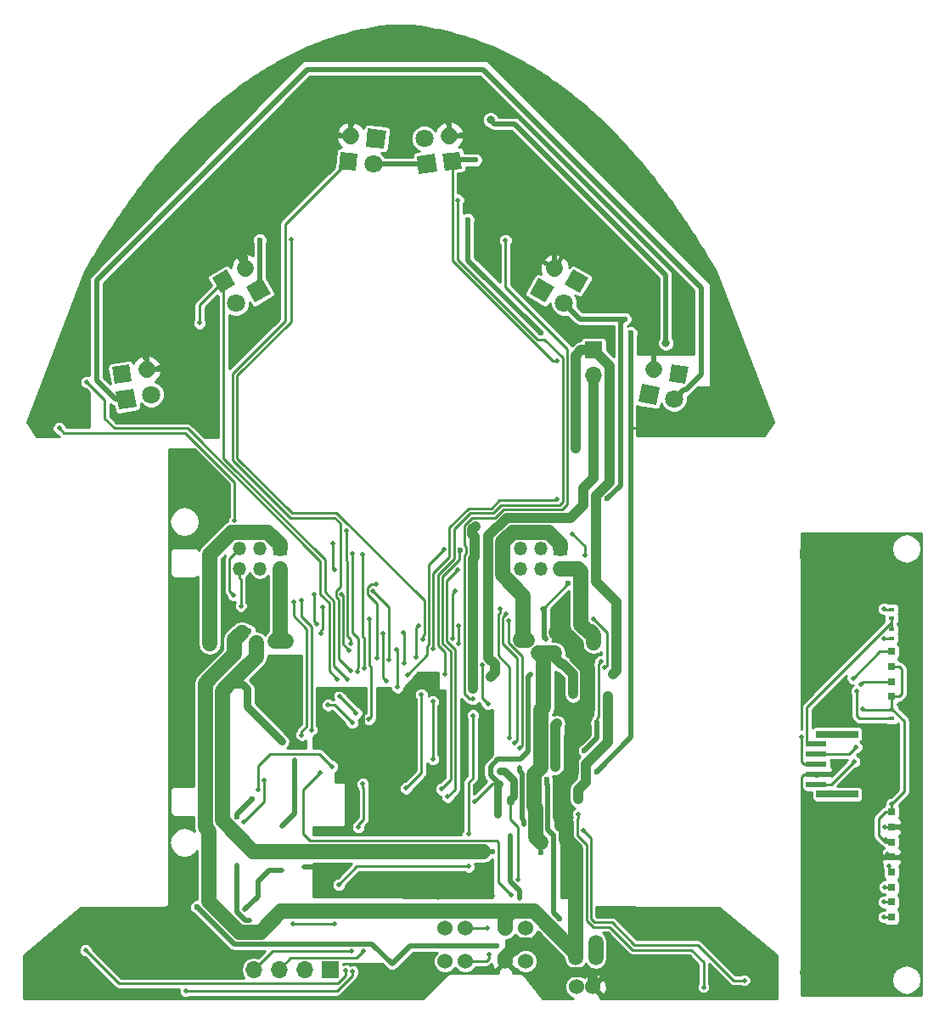
<source format=gbl>
G04 #@! TF.FileFunction,Copper,L2,Bot,Signal*
%FSLAX46Y46*%
G04 Gerber Fmt 4.6, Leading zero omitted, Abs format (unit mm)*
G04 Created by KiCad (PCBNEW 4.0.1-stable) date 2017/06/23 15:44:35*
%MOMM*%
G01*
G04 APERTURE LIST*
%ADD10C,0.100000*%
%ADD11O,1.506220X3.014980*%
%ADD12R,1.700000X1.700000*%
%ADD13O,1.700000X1.700000*%
%ADD14C,1.524000*%
%ADD15C,1.800000*%
%ADD16C,1.700000*%
%ADD17R,2.000000X0.600000*%
%ADD18R,4.200000X0.700000*%
%ADD19R,1.350000X1.350000*%
%ADD20O,1.350000X1.350000*%
%ADD21R,0.750000X0.800000*%
%ADD22R,0.600000X0.400000*%
%ADD23C,0.500000*%
%ADD24C,0.600000*%
%ADD25C,0.800000*%
%ADD26C,0.250000*%
%ADD27C,1.500000*%
%ADD28C,1.000000*%
%ADD29C,0.500000*%
%ADD30C,0.800000*%
%ADD31C,0.254000*%
G04 APERTURE END LIST*
D10*
D11*
X168000000Y-152000000D03*
X166000000Y-152000000D03*
D12*
X141500000Y-154000000D03*
D13*
X138960000Y-154000000D03*
X136420000Y-154000000D03*
X133880000Y-154000000D03*
D14*
X167700000Y-155700000D03*
X166100000Y-155700000D03*
X153000000Y-153150000D03*
X155000000Y-153150000D03*
X159000000Y-153150000D03*
X161000000Y-153150000D03*
X153000000Y-149850000D03*
X155000000Y-149850000D03*
X159000000Y-149850000D03*
X161000000Y-149850000D03*
D10*
G36*
X161390577Y-86579423D02*
X162290577Y-85020577D01*
X163849423Y-85920577D01*
X162949423Y-87479423D01*
X161390577Y-86579423D01*
X161390577Y-86579423D01*
G37*
D15*
X164819705Y-87520000D03*
D10*
G36*
X134689423Y-85010577D02*
X135589423Y-86569423D01*
X134030577Y-87469423D01*
X133130577Y-85910577D01*
X134689423Y-85010577D01*
X134689423Y-85010577D01*
G37*
D15*
X132160295Y-87510000D03*
D10*
G36*
X152161935Y-74437536D02*
X150372464Y-74631935D01*
X150178065Y-72842464D01*
X151967536Y-72648065D01*
X152161935Y-74437536D01*
X152161935Y-74437536D01*
G37*
D15*
X150895682Y-71114857D03*
D10*
G36*
X145302464Y-70118065D02*
X147091935Y-70312464D01*
X146897536Y-72101935D01*
X145108065Y-71907536D01*
X145302464Y-70118065D01*
X145302464Y-70118065D01*
G37*
D15*
X145825682Y-73635143D03*
D10*
G36*
X120439956Y-98132610D02*
X120127390Y-96359956D01*
X121900044Y-96047390D01*
X122212610Y-97820044D01*
X120439956Y-98132610D01*
X120439956Y-98132610D01*
G37*
D15*
X123671412Y-96648934D03*
D10*
G36*
X172277390Y-97380044D02*
X172589956Y-95607390D01*
X174362610Y-95919956D01*
X174050044Y-97692610D01*
X172277390Y-97380044D01*
X172277390Y-97380044D01*
G37*
D15*
X175821412Y-97091066D03*
D12*
X167800000Y-92200000D03*
D13*
X167800000Y-94740000D03*
D10*
G36*
X165788878Y-84158878D02*
X167261122Y-85008878D01*
X166411122Y-86481122D01*
X164938878Y-85631122D01*
X165788878Y-84158878D01*
X165788878Y-84158878D01*
G37*
D16*
X163900295Y-84050000D02*
X163900295Y-84050000D01*
D10*
G36*
X175570514Y-93605312D02*
X177244688Y-93900514D01*
X176949486Y-95574688D01*
X175275312Y-95279486D01*
X175570514Y-93605312D01*
X175570514Y-93605312D01*
G37*
D16*
X173758588Y-94148934D02*
X173758588Y-94148934D01*
D10*
G36*
X132061122Y-85631122D02*
X130588878Y-86481122D01*
X129738878Y-85008878D01*
X131211122Y-84158878D01*
X132061122Y-85631122D01*
X132061122Y-85631122D01*
G37*
D16*
X133099705Y-84050000D02*
X133099705Y-84050000D01*
D10*
G36*
X121724688Y-95279486D02*
X120050514Y-95574688D01*
X119755312Y-93900514D01*
X121429486Y-93605312D01*
X121724688Y-95279486D01*
X121724688Y-95279486D01*
G37*
D16*
X123241412Y-94148934D02*
X123241412Y-94148934D01*
D10*
G36*
X144236828Y-72616771D02*
X144053229Y-74306828D01*
X142363172Y-74123229D01*
X142546771Y-72433172D01*
X144236828Y-72616771D01*
X144236828Y-72616771D01*
G37*
D16*
X143574318Y-70844857D02*
X143574318Y-70844857D01*
D10*
G36*
X154443229Y-72423172D02*
X154626828Y-74113229D01*
X152936771Y-74296828D01*
X152753172Y-72606771D01*
X154443229Y-72423172D01*
X154443229Y-72423172D01*
G37*
D16*
X153415682Y-70834857D02*
X153415682Y-70834857D01*
D17*
X190000000Y-133500000D03*
X190000000Y-132500000D03*
X190000000Y-134500000D03*
X190000000Y-131500000D03*
X190000000Y-135500000D03*
D18*
X192100000Y-136500000D03*
X192100000Y-130500000D03*
D19*
X164500000Y-112000000D03*
D20*
X164500000Y-114000000D03*
X162500000Y-112000000D03*
X162500000Y-114000000D03*
X160500000Y-112000000D03*
X160500000Y-114000000D03*
D19*
X136500000Y-112000000D03*
D20*
X136500000Y-114000000D03*
X134500000Y-112000000D03*
X134500000Y-114000000D03*
X132500000Y-112000000D03*
X132500000Y-114000000D03*
D21*
X197500000Y-148750000D03*
X197500000Y-147250000D03*
X197500000Y-145750000D03*
X197500000Y-144250000D03*
X197500000Y-142750000D03*
X197500000Y-141250000D03*
X197500000Y-138250000D03*
X197500000Y-139750000D03*
X197500000Y-122250000D03*
X197500000Y-123750000D03*
X197500000Y-125250000D03*
X197500000Y-126750000D03*
D22*
X197500000Y-120050000D03*
X197500000Y-120950000D03*
X197500000Y-118950000D03*
X197500000Y-118050000D03*
X197500000Y-128950000D03*
X197500000Y-128050000D03*
D23*
X156000000Y-109750000D03*
X155704614Y-110545386D03*
X156000000Y-125450000D03*
X155750000Y-126000000D03*
D24*
X157000000Y-148137999D03*
X133445875Y-120204809D03*
D25*
X165756501Y-130000000D03*
D24*
X129700000Y-124809537D03*
X164050000Y-120350000D03*
X164850000Y-120350000D03*
X132700000Y-120350000D03*
X136750000Y-131250000D03*
X134140627Y-122176564D03*
X134163120Y-121411800D03*
D25*
X169700020Y-124549980D03*
X165750000Y-126500000D03*
X166000000Y-102000000D03*
D24*
X162249980Y-122442841D03*
X163872221Y-122425219D03*
D23*
X162500000Y-128500000D03*
D24*
X133250000Y-126000000D03*
X156800000Y-142200000D03*
X157700000Y-142200000D03*
X162500000Y-141250000D03*
X162500000Y-142300000D03*
X155252033Y-79191007D03*
D25*
X169197070Y-126750000D03*
X166250000Y-137000000D03*
X164143971Y-129433136D03*
D24*
X169177462Y-107031639D03*
X162500000Y-90500000D03*
X170905344Y-89094656D03*
D25*
X164000000Y-133750000D03*
D23*
X154307428Y-119724974D03*
X154307428Y-121500000D03*
X166901038Y-112669852D03*
X151750000Y-133000000D03*
X151750000Y-127250000D03*
X165645903Y-110524634D03*
D25*
X137050000Y-124075000D03*
X137250000Y-129000000D03*
D23*
X162419047Y-150438278D03*
X142000000Y-114090604D03*
D24*
X165250000Y-115500000D03*
D23*
X141750000Y-111500000D03*
X161500000Y-124500000D03*
X162727914Y-118003832D03*
X163000000Y-121025020D03*
X159462291Y-140628062D03*
X155925000Y-137250000D03*
D24*
X158349427Y-135461951D03*
D23*
X160450000Y-146900000D03*
D24*
X158200000Y-138500000D03*
D23*
X140928230Y-143750000D03*
D24*
X159522674Y-137200000D03*
D23*
X153732418Y-121000000D03*
X154000000Y-116250000D03*
X157700020Y-146594988D03*
D24*
X150500000Y-145750000D03*
X133750000Y-137000000D03*
X132250000Y-138750000D03*
X125500000Y-99250000D03*
D23*
X140624936Y-120500000D03*
X140782091Y-117859385D03*
D24*
X166883333Y-132145243D03*
X168120283Y-129376466D03*
D23*
X168510319Y-123262980D03*
X149828939Y-126534987D03*
X160275217Y-144973681D03*
X149900000Y-134200000D03*
X149900000Y-129775000D03*
X141310913Y-126700000D03*
X144800000Y-129800000D03*
X138875000Y-143750000D03*
X152325000Y-146775000D03*
D24*
X158500000Y-134200000D03*
D23*
X182200000Y-95100000D03*
D24*
X163829212Y-140613597D03*
X168094128Y-134228022D03*
X163090228Y-135026311D03*
X128219656Y-147719656D03*
X164402687Y-148874831D03*
X171500000Y-90500000D03*
D23*
X136726811Y-151447388D03*
D24*
X140795382Y-151424969D03*
X158144081Y-151605864D03*
D23*
X147700000Y-153400000D03*
X160849875Y-139498373D03*
X160400000Y-133800000D03*
X143071307Y-154047590D03*
X117150000Y-152050000D03*
X143760245Y-154171612D03*
X127100000Y-156125020D03*
X166277498Y-138488897D03*
X178750000Y-155725000D03*
X166793030Y-140110951D03*
X182825000Y-155050000D03*
X151794062Y-121974887D03*
X164158716Y-107074946D03*
X114500000Y-100000000D03*
X132000000Y-109174989D03*
X143150011Y-110250000D03*
X143604168Y-121442632D03*
D24*
X134500000Y-81249990D03*
D23*
X159073267Y-118483346D03*
X159885029Y-131385029D03*
X159300051Y-119159860D03*
X160380012Y-131880012D03*
D24*
X160493933Y-121067472D03*
X161200000Y-121100000D03*
X167800000Y-121400000D03*
X167800000Y-120600000D03*
D23*
X168898615Y-123845425D03*
X167750000Y-119000000D03*
X159390046Y-130890046D03*
X158500000Y-118000000D03*
X139639813Y-130070987D03*
X138616609Y-117162877D03*
X137852352Y-117325008D03*
X138660236Y-130596550D03*
D24*
X129500000Y-121500000D03*
X129500000Y-120500000D03*
X137100000Y-121200000D03*
X136000000Y-121200000D03*
D23*
X145408186Y-119050021D03*
X145375010Y-129000000D03*
X143650637Y-152124989D03*
X144849477Y-152124989D03*
X148804511Y-120343821D03*
X148887241Y-123427179D03*
X150322627Y-119674980D03*
X150110561Y-122845656D03*
X146174980Y-122884602D03*
X146089621Y-115562723D03*
X147400000Y-123100000D03*
X145800000Y-116200000D03*
D24*
X154496266Y-112165482D03*
D23*
X152608568Y-135984328D03*
X154276374Y-114082732D03*
X153250000Y-136750000D03*
X140174925Y-119500032D03*
X147086122Y-125163295D03*
X139946308Y-116557117D03*
X131889292Y-116654897D03*
X146750000Y-120500000D03*
X142674980Y-116534440D03*
X143436945Y-122126110D03*
X148127058Y-122075020D03*
X132612859Y-117730469D03*
X148242553Y-125823337D03*
X155310318Y-140467599D03*
X155758822Y-128639112D03*
X155325000Y-143700000D03*
X142375000Y-145525000D03*
X141925000Y-149400000D03*
X137800000Y-149375000D03*
X133000000Y-148000000D03*
X136700000Y-144099989D03*
X138000000Y-133049981D03*
X136700000Y-139700000D03*
X133455482Y-149047357D03*
X132200000Y-143600000D03*
X144900514Y-123923995D03*
X144765262Y-112599428D03*
X152846233Y-112091489D03*
X149201300Y-124588275D03*
X159000000Y-81250000D03*
X155750000Y-127000000D03*
X117250000Y-95394445D03*
X142250000Y-125000000D03*
X152953153Y-124487057D03*
X154265010Y-77250000D03*
X156685251Y-123622200D03*
X157250000Y-127500000D03*
X140500000Y-134349968D03*
X159600000Y-146500000D03*
X157400000Y-152500000D03*
X134922336Y-135075020D03*
X132883350Y-139229086D03*
X134347326Y-136000000D03*
X141712050Y-133712050D03*
X142462487Y-126694566D03*
X144100000Y-128400000D03*
X144325000Y-139775000D03*
X144766184Y-135466184D03*
X128500000Y-89500000D03*
X143268249Y-125015709D03*
X143702736Y-129352601D03*
X141300000Y-127600000D03*
X157159307Y-149846106D03*
D25*
X157521252Y-124766139D03*
X166799930Y-107644303D03*
D23*
X196750000Y-148750000D03*
X196750000Y-147250000D03*
X196825020Y-145742000D03*
X197275031Y-143642171D03*
X193653170Y-124916142D03*
X194424980Y-125500000D03*
X150772638Y-121064134D03*
X137605021Y-81155001D03*
X194033976Y-126256562D03*
D25*
X175000000Y-91500000D03*
X157500000Y-69250000D03*
D24*
X156000000Y-73250000D03*
D23*
X164136059Y-93265120D03*
X144282174Y-124252129D03*
X143750000Y-112500000D03*
X150629545Y-126549813D03*
X149100000Y-135900000D03*
X143583691Y-124205890D03*
X196825020Y-139750000D03*
X194000000Y-134750000D03*
X194803160Y-138050000D03*
X194750000Y-136750000D03*
X197043011Y-142456990D03*
X193750000Y-133250000D03*
X194608996Y-128000000D03*
X196886657Y-141073456D03*
X197500000Y-137500000D03*
X188500000Y-130750000D03*
X196750000Y-118000000D03*
X193980511Y-131805803D03*
X196750000Y-121000000D03*
D26*
X193850000Y-130500000D02*
X192100000Y-130500000D01*
D27*
X165756501Y-130565685D02*
X165756501Y-130000000D01*
X166000000Y-141986889D02*
X165079232Y-141066121D01*
X165079232Y-139358958D02*
X164449917Y-138729643D01*
X164449917Y-138729643D02*
X164449917Y-135432106D01*
X165549989Y-134332034D02*
X165549989Y-130772197D01*
X166000000Y-152000000D02*
X166000000Y-141986889D01*
X165079232Y-141066121D02*
X165079232Y-139358958D01*
X165549989Y-130772197D02*
X165756501Y-130565685D01*
X164449917Y-135432106D02*
X165549989Y-134332034D01*
D28*
X155954613Y-112798878D02*
X155954613Y-110795385D01*
X155735250Y-113018241D02*
X155954613Y-112798878D01*
X155735250Y-125631697D02*
X155735250Y-113018241D01*
X155954613Y-110795385D02*
X155704614Y-110545386D01*
X155750000Y-126000000D02*
X155750000Y-125646447D01*
X155750000Y-125646447D02*
X155735250Y-125631697D01*
X155704614Y-110045386D02*
X156000000Y-109750000D01*
X155704614Y-110545386D02*
X155704614Y-110045386D01*
D27*
X159634371Y-148137999D02*
X157000000Y-148137999D01*
X157000000Y-148137999D02*
X136664930Y-148137999D01*
X136664930Y-148137999D02*
X134555552Y-150247377D01*
X134555552Y-150247377D02*
X132444447Y-150247377D01*
X129049988Y-125459549D02*
X129700000Y-124809537D01*
X129049988Y-139804168D02*
X129049988Y-125459549D01*
X132444447Y-150247377D02*
X129400001Y-147202931D01*
X129400001Y-147202931D02*
X129400001Y-140154181D01*
X129400001Y-140154181D02*
X129049988Y-139804168D01*
X131979508Y-121070492D02*
X132700000Y-120350000D01*
D29*
X132700000Y-120350000D02*
X133300684Y-120350000D01*
D27*
X131979508Y-122530029D02*
X131979508Y-121070492D01*
D29*
X133300684Y-120350000D02*
X133445875Y-120204809D01*
D27*
X129700000Y-124809537D02*
X131979508Y-122530029D01*
X159634371Y-148137999D02*
X161815853Y-148137999D01*
X161815853Y-148137999D02*
X165677854Y-152000000D01*
X165677854Y-152000000D02*
X166000000Y-152000000D01*
X167200010Y-123899386D02*
X167200010Y-127990806D01*
X166099990Y-122799366D02*
X167200010Y-123899386D01*
X166099990Y-121599990D02*
X166099990Y-122799366D01*
X165756501Y-129434315D02*
X165756501Y-130000000D01*
X167200010Y-127990806D02*
X165756501Y-129434315D01*
X164850000Y-120350000D02*
X166099990Y-121599990D01*
X164850000Y-120350000D02*
X164050000Y-120350000D01*
X159000000Y-149850000D02*
X159000000Y-148772370D01*
X159000000Y-148772370D02*
X159634371Y-148137999D01*
X162500000Y-133842677D02*
X162500000Y-128500000D01*
X161840209Y-137699133D02*
X161840209Y-134502468D01*
X161840209Y-134502468D02*
X162500000Y-133842677D01*
X162049895Y-140799895D02*
X162049895Y-137908820D01*
X162049895Y-137908820D02*
X161840209Y-137699133D01*
X162500000Y-141250000D02*
X162049895Y-140799895D01*
D30*
X133250000Y-126000000D02*
X133250000Y-127750000D01*
X133250000Y-127750000D02*
X136750000Y-131250000D01*
D28*
X167800000Y-92200000D02*
X169350001Y-93750001D01*
X169350001Y-93750001D02*
X169350001Y-105399999D01*
X168025023Y-106724977D02*
X168025023Y-115275023D01*
X169350001Y-105399999D02*
X168025023Y-106724977D01*
X168025023Y-115275023D02*
X170100019Y-117350019D01*
X170100019Y-117350019D02*
X170100019Y-124149981D01*
X170100019Y-124149981D02*
X169700020Y-124549980D01*
D27*
X162749999Y-122942860D02*
X162249980Y-122442841D01*
X162500000Y-128500000D02*
X162500000Y-128118045D01*
X162749999Y-127868046D02*
X162749999Y-122942860D01*
X162500000Y-128118045D02*
X162749999Y-127868046D01*
X133849998Y-142200000D02*
X130749999Y-139100001D01*
X156800000Y-142200000D02*
X133849998Y-142200000D01*
X130749999Y-126200001D02*
X131405325Y-125544675D01*
X130749999Y-139100001D02*
X130749999Y-126200001D01*
X134140627Y-122809373D02*
X134140627Y-122176564D01*
X131405325Y-125544675D02*
X134140627Y-122809373D01*
X134163120Y-122154071D02*
X134140627Y-122176564D01*
X134163120Y-121411800D02*
X134163120Y-122154071D01*
D28*
X164750000Y-123500000D02*
X165750000Y-124500000D01*
X165750000Y-124500000D02*
X165750000Y-126500000D01*
X164522738Y-123500000D02*
X164750000Y-123500000D01*
X163872221Y-122425219D02*
X163872221Y-122849483D01*
X163872221Y-122849483D02*
X164522738Y-123500000D01*
X166000000Y-92750000D02*
X166550000Y-92200000D01*
X166550000Y-92200000D02*
X167800000Y-92200000D01*
X166000000Y-102000000D02*
X166000000Y-92750000D01*
D27*
X162267602Y-122425219D02*
X162249980Y-122442841D01*
X163872221Y-122425219D02*
X162267602Y-122425219D01*
D30*
X131405325Y-125544675D02*
X132794675Y-125544675D01*
X132794675Y-125544675D02*
X133250000Y-126000000D01*
D29*
X155252033Y-83252033D02*
X155252033Y-79191007D01*
X162500000Y-90500000D02*
X155252033Y-83252033D01*
D28*
X167000000Y-133500000D02*
X169197070Y-131302930D01*
X169197070Y-131302930D02*
X169197070Y-126750000D01*
X167000000Y-135250000D02*
X167000000Y-133500000D01*
X166250000Y-136000000D02*
X167000000Y-135250000D01*
X166250000Y-137000000D02*
X166250000Y-136000000D01*
X164000000Y-133750000D02*
X164000000Y-129577107D01*
X164000000Y-129577107D02*
X164143971Y-129433136D01*
D29*
X170500000Y-105709101D02*
X169177462Y-107031639D01*
X170905344Y-89094656D02*
X170500000Y-89500000D01*
X170500000Y-89500000D02*
X170500000Y-105709101D01*
X164819705Y-87520000D02*
X166394361Y-89094656D01*
X166394361Y-89094656D02*
X170905344Y-89094656D01*
D26*
X162727914Y-114227914D02*
X162500000Y-114000000D01*
X154307428Y-121500000D02*
X154307428Y-119724974D01*
X166901038Y-111779769D02*
X166901038Y-112669852D01*
X165645903Y-110524634D02*
X166901038Y-111779769D01*
X151750000Y-127250000D02*
X151750000Y-133000000D01*
D29*
X137250000Y-129000000D02*
X137250000Y-124275000D01*
X137250000Y-124275000D02*
X137050000Y-124075000D01*
X162419047Y-152405285D02*
X162419047Y-150438278D01*
X162600000Y-152586238D02*
X162419047Y-152405285D01*
D26*
X141750001Y-113840605D02*
X142000000Y-114090604D01*
X141750000Y-111500000D02*
X141750001Y-113840605D01*
X165250000Y-115500000D02*
X162746168Y-118003832D01*
X162746168Y-118003832D02*
X162727914Y-118003832D01*
D29*
X161500000Y-124500000D02*
X161250000Y-124750000D01*
X161250000Y-124750000D02*
X161250000Y-132250000D01*
X161250000Y-132250000D02*
X160500000Y-133000000D01*
X160500000Y-133000000D02*
X158250000Y-133000000D01*
X157500000Y-133750000D02*
X157500000Y-134612524D01*
X158250000Y-133000000D02*
X157500000Y-133750000D01*
X157500000Y-134612524D02*
X158349427Y-135461951D01*
X163000000Y-121025020D02*
X163000000Y-120997070D01*
X163000000Y-120997070D02*
X162849990Y-120847060D01*
X162849990Y-120847060D02*
X162849990Y-118125908D01*
X162849990Y-118125908D02*
X162727914Y-118003832D01*
X160450000Y-146900000D02*
X160450000Y-146138443D01*
X160450000Y-146138443D02*
X159462291Y-145150734D01*
X159462291Y-145150734D02*
X159462291Y-140628062D01*
D26*
X155925000Y-137250000D02*
X157713049Y-135461951D01*
X157713049Y-135461951D02*
X158349427Y-135461951D01*
D30*
X158200000Y-135611378D02*
X158349427Y-135461951D01*
X158200000Y-138500000D02*
X158200000Y-135611378D01*
D28*
X161325763Y-151312001D02*
X162600000Y-152586238D01*
X162600000Y-152586238D02*
X164251761Y-154237999D01*
X158750000Y-152736238D02*
X160174237Y-151312001D01*
X164251761Y-154237999D02*
X167315629Y-154237999D01*
X160174237Y-151312001D02*
X161325763Y-151312001D01*
X167315629Y-154237999D02*
X167700000Y-154622370D01*
X167700000Y-154622370D02*
X167700000Y-155700000D01*
X159000000Y-153150000D02*
X159000000Y-152986238D01*
X159000000Y-152986238D02*
X158750000Y-152736238D01*
D29*
X141250000Y-146500000D02*
X140928230Y-146178230D01*
X150500000Y-145750000D02*
X149750000Y-146500000D01*
X140928230Y-146178230D02*
X140928230Y-143750000D01*
X138875000Y-143750000D02*
X140928230Y-143750000D01*
X149750000Y-146500000D02*
X141250000Y-146500000D01*
D26*
X159522674Y-138984360D02*
X159522674Y-137200000D01*
X160275217Y-139736903D02*
X159522674Y-138984360D01*
X160275217Y-144973681D02*
X160275217Y-139736903D01*
D30*
X159790187Y-136690187D02*
X159522674Y-136957700D01*
X158924264Y-134200000D02*
X159790187Y-135065923D01*
X159790187Y-135065923D02*
X159790187Y-136690187D01*
X158500000Y-134200000D02*
X158924264Y-134200000D01*
X159522674Y-136957700D02*
X159522674Y-137200000D01*
D26*
X154000000Y-116250000D02*
X153732418Y-116517582D01*
X153732418Y-116517582D02*
X153732418Y-121000000D01*
X157520008Y-146775000D02*
X157700020Y-146594988D01*
X152325000Y-146775000D02*
X157520008Y-146775000D01*
D29*
X132250000Y-138750000D02*
X132250000Y-138500000D01*
X132250000Y-138500000D02*
X133750000Y-137000000D01*
X125500000Y-94500000D02*
X125148934Y-94148934D01*
X125148934Y-94148934D02*
X123241412Y-94148934D01*
X125500000Y-99250000D02*
X125500000Y-94500000D01*
D26*
X140624936Y-120500000D02*
X140624936Y-120146447D01*
X140749945Y-120021438D02*
X140749945Y-117891531D01*
X140749945Y-117891531D02*
X140782091Y-117859385D01*
X140624936Y-120146447D02*
X140749945Y-120021438D01*
D29*
X168120283Y-130908293D02*
X166883333Y-132145243D01*
X168120283Y-129376466D02*
X168120283Y-130908293D01*
D26*
X168510319Y-123262980D02*
X168277742Y-123495557D01*
X168277742Y-128794743D02*
X168120283Y-128952202D01*
X168120283Y-128952202D02*
X168120283Y-129376466D01*
X168277742Y-123495557D02*
X168277742Y-128794743D01*
D29*
X138405143Y-70844857D02*
X132500000Y-76750000D01*
X133099705Y-82847919D02*
X132500000Y-82248214D01*
X132500000Y-76750000D02*
X123241412Y-86008588D01*
X133099705Y-84050000D02*
X133099705Y-82847919D01*
X132500000Y-82248214D02*
X132500000Y-76750000D01*
X173758588Y-85508588D02*
X163750000Y-75500000D01*
X163750000Y-75500000D02*
X159084857Y-70834857D01*
X163900295Y-84050000D02*
X163900295Y-75650295D01*
X163900295Y-75650295D02*
X163750000Y-75500000D01*
X173758588Y-94148934D02*
X173758588Y-85508588D01*
X159084857Y-70834857D02*
X153415682Y-70834857D01*
X143574318Y-70844857D02*
X138405143Y-70844857D01*
X123241412Y-86008588D02*
X123241412Y-94148934D01*
X152500000Y-68250000D02*
X153415682Y-69165682D01*
X153415682Y-69165682D02*
X153415682Y-70834857D01*
X144250000Y-68250000D02*
X152500000Y-68250000D01*
X143574318Y-68925682D02*
X144250000Y-68250000D01*
X143574318Y-70844857D02*
X143574318Y-68925682D01*
D26*
X149900000Y-126606048D02*
X149828939Y-126534987D01*
X149900000Y-129775000D02*
X149900000Y-126606048D01*
X149900000Y-129775000D02*
X149900000Y-134200000D01*
X144800000Y-129800000D02*
X144800000Y-128181077D01*
X144800000Y-128181077D02*
X142738488Y-126119565D01*
X142738488Y-126119565D02*
X141891348Y-126119565D01*
X141891348Y-126119565D02*
X141310913Y-126700000D01*
X181800000Y-95500000D02*
X182200000Y-95100000D01*
X180400000Y-95500000D02*
X181800000Y-95500000D01*
X178900000Y-97000000D02*
X180400000Y-95500000D01*
X178900000Y-98000000D02*
X178900000Y-97000000D01*
X176900000Y-100000000D02*
X178900000Y-98000000D01*
D29*
X171500000Y-100000000D02*
X171500000Y-130822150D01*
X171500000Y-90500000D02*
X171500000Y-100000000D01*
D26*
X171500000Y-100000000D02*
X176900000Y-100000000D01*
D29*
X163090228Y-135450575D02*
X163249906Y-135610253D01*
X163249906Y-140034291D02*
X163829212Y-140613597D01*
X163090228Y-135026311D02*
X163090228Y-135450575D01*
X164402687Y-148874831D02*
X163829212Y-148301356D01*
X163249906Y-135610253D02*
X163249906Y-140034291D01*
X163829212Y-148301356D02*
X163829212Y-140613597D01*
X171500000Y-130822150D02*
X168094128Y-134228022D01*
X131947388Y-151447388D02*
X128219656Y-147719656D01*
X136726811Y-151447388D02*
X131947388Y-151447388D01*
X147700000Y-153400000D02*
X145724969Y-151424969D01*
X145724969Y-151424969D02*
X140795382Y-151424969D01*
X140795382Y-151424969D02*
X136749230Y-151424969D01*
X136749230Y-151424969D02*
X136726811Y-151447388D01*
X147700000Y-153400000D02*
X149517939Y-151582061D01*
X149517939Y-151582061D02*
X157696014Y-151582061D01*
X157696014Y-151582061D02*
X157719817Y-151605864D01*
X157719817Y-151605864D02*
X158144081Y-151605864D01*
X160849875Y-139144820D02*
X160849875Y-139498373D01*
X160400000Y-134153553D02*
X160640197Y-134393750D01*
X160640197Y-138935142D02*
X160849875Y-139144820D01*
X160640197Y-134393750D02*
X160640197Y-138935142D01*
X160400000Y-133800000D02*
X160400000Y-134153553D01*
D26*
X143071307Y-154608862D02*
X143071307Y-154047590D01*
X142330169Y-155350000D02*
X143071307Y-154608862D01*
X117150000Y-152050000D02*
X120450000Y-155350000D01*
X120450000Y-155350000D02*
X142330169Y-155350000D01*
X142197382Y-156125020D02*
X143760245Y-154562157D01*
X127100000Y-156125020D02*
X142197382Y-156125020D01*
X143760245Y-154562157D02*
X143760245Y-154171612D01*
X166277498Y-138488897D02*
X166277498Y-138842450D01*
X166154243Y-140620840D02*
X167075010Y-141541606D01*
X166277498Y-138842450D02*
X166154243Y-138965705D01*
X171662799Y-152000000D02*
X177533406Y-152000000D01*
X166154243Y-138965705D02*
X166154243Y-140620840D01*
X167075010Y-149075010D02*
X167750000Y-149750000D01*
X178750000Y-153216594D02*
X178750000Y-155725000D01*
X167075010Y-141541606D02*
X167075010Y-149075010D01*
X167750000Y-149750000D02*
X169412799Y-149750000D01*
X169412799Y-149750000D02*
X171662799Y-152000000D01*
X177533406Y-152000000D02*
X178750000Y-153216594D01*
X167886410Y-149250000D02*
X167525020Y-148888610D01*
X178182079Y-151500000D02*
X171886410Y-151500000D01*
X181732079Y-155050000D02*
X178182079Y-151500000D01*
X171886410Y-151500000D02*
X169636410Y-149250000D01*
X169636410Y-149250000D02*
X167886410Y-149250000D01*
X182825000Y-155050000D02*
X181732079Y-155050000D01*
X167525020Y-140842941D02*
X166793030Y-140110951D01*
X167525020Y-148888610D02*
X167525020Y-140842941D01*
X151797669Y-121971280D02*
X151794062Y-121974887D01*
X158404855Y-107199955D02*
X157631831Y-107972980D01*
X164033707Y-107199955D02*
X158404855Y-107199955D01*
X157631831Y-107972980D02*
X155337457Y-107972980D01*
X155337457Y-107972980D02*
X153421235Y-109889202D01*
X153421235Y-112814045D02*
X151797669Y-114437611D01*
X164158716Y-107074946D02*
X164033707Y-107199955D01*
X153421235Y-109889202D02*
X153421235Y-112814045D01*
X151797669Y-114437611D02*
X151797669Y-121971280D01*
X127095508Y-100450010D02*
X114950010Y-100450010D01*
X114950010Y-100450010D02*
X114500000Y-100000000D01*
X132000000Y-105354502D02*
X127095508Y-100450010D01*
X132000000Y-109174989D02*
X132000000Y-105354502D01*
X143250000Y-113250000D02*
X143174999Y-113174999D01*
X143174999Y-113174999D02*
X143174999Y-110274988D01*
X143174999Y-110274988D02*
X143150011Y-110250000D01*
X143250000Y-120734911D02*
X143250000Y-113250000D01*
X143604168Y-121442632D02*
X143604168Y-121089079D01*
X143604168Y-121089079D02*
X143250000Y-120734911D01*
D29*
X134500000Y-81249990D02*
X134500000Y-86100000D01*
D26*
X134500000Y-86100000D02*
X134360000Y-86240000D01*
X158725031Y-121488526D02*
X158725031Y-118831582D01*
X158725031Y-118831582D02*
X159073267Y-118483346D01*
X159885029Y-131385029D02*
X160135028Y-131135030D01*
X160135028Y-131135030D02*
X160135028Y-122898523D01*
X160135028Y-122898523D02*
X158725031Y-121488526D01*
X160630011Y-131630013D02*
X160630011Y-122757095D01*
X160630011Y-122757095D02*
X159300051Y-121427135D01*
X159300051Y-121427135D02*
X159300051Y-119159860D01*
X160380012Y-131880012D02*
X160630011Y-131630013D01*
D27*
X160793932Y-120767473D02*
X160793932Y-116698934D01*
X163280001Y-110374999D02*
X164500000Y-111594998D01*
X159719999Y-110374999D02*
X163280001Y-110374999D01*
X158750000Y-111344998D02*
X159719999Y-110374999D01*
X158750000Y-114655002D02*
X158750000Y-111344998D01*
X160793932Y-116698934D02*
X158750000Y-114655002D01*
X160493933Y-121067472D02*
X160793932Y-120767473D01*
X164500000Y-111594998D02*
X164500000Y-112000000D01*
X160526461Y-121100000D02*
X160493933Y-121067472D01*
X161200000Y-121100000D02*
X160526461Y-121100000D01*
X166549998Y-114299998D02*
X166250000Y-114000000D01*
X166250000Y-114000000D02*
X164500000Y-114000000D01*
X166549998Y-119576002D02*
X166549998Y-114299998D01*
X167500001Y-120300001D02*
X167800000Y-120600000D01*
X166549998Y-119576002D02*
X167273997Y-120300001D01*
X167273997Y-120300001D02*
X167500001Y-120300001D01*
X167800000Y-120600000D02*
X167800000Y-121400000D01*
D26*
X169101093Y-120351093D02*
X169101093Y-123642947D01*
X169101093Y-123642947D02*
X168898615Y-123845425D01*
X167750000Y-119000000D02*
X169101093Y-120351093D01*
X158275020Y-122700493D02*
X159390046Y-123815519D01*
X158500000Y-118000000D02*
X158500000Y-118353553D01*
X158500000Y-118353553D02*
X158275020Y-118578533D01*
X159390046Y-123815519D02*
X159390046Y-130890046D01*
X158275020Y-118578533D02*
X158275020Y-122700493D01*
X139639813Y-119815922D02*
X139639813Y-130070987D01*
X138616609Y-117162877D02*
X138616609Y-118792718D01*
X138616609Y-118792718D02*
X139639813Y-119815922D01*
X138660236Y-130242997D02*
X139188253Y-129714980D01*
X138660236Y-130596550D02*
X138660236Y-130242997D01*
X137852352Y-118664872D02*
X137852352Y-117325008D01*
X139188253Y-129714980D02*
X139188253Y-120000773D01*
X139188253Y-120000773D02*
X137852352Y-118664872D01*
D27*
X129500000Y-112594998D02*
X129500000Y-120500000D01*
X135280001Y-110374999D02*
X131719999Y-110374999D01*
X136500000Y-111594998D02*
X135280001Y-110374999D01*
X136500000Y-112000000D02*
X136500000Y-111594998D01*
X131719999Y-110374999D02*
X129500000Y-112594998D01*
X129500000Y-120500000D02*
X129500000Y-121500000D01*
X136000000Y-121200000D02*
X137100000Y-121200000D01*
X136500000Y-114000000D02*
X136500000Y-120700000D01*
X136500000Y-120700000D02*
X136000000Y-121200000D01*
D26*
X145408186Y-123618019D02*
X145408186Y-119050021D01*
X145625009Y-128750001D02*
X145625009Y-123834842D01*
X145375010Y-129000000D02*
X145625009Y-128750001D01*
X145625009Y-123834842D02*
X145408186Y-123618019D01*
X135755011Y-152124989D02*
X143650637Y-152124989D01*
X133880000Y-154000000D02*
X135755011Y-152124989D01*
X144149467Y-152824999D02*
X144849477Y-152124989D01*
X137595001Y-152824999D02*
X144149467Y-152824999D01*
X136420000Y-154000000D02*
X137595001Y-152824999D01*
X148887241Y-120426551D02*
X148804511Y-120343821D01*
X148887241Y-123427179D02*
X148887241Y-120426551D01*
X150110561Y-122845656D02*
X150110561Y-119887046D01*
X150110561Y-119887046D02*
X150322627Y-119674980D01*
X146174980Y-117474980D02*
X146174980Y-122884602D01*
X145224999Y-115923999D02*
X145224999Y-116524999D01*
X145586275Y-115562723D02*
X145224999Y-115923999D01*
X146089621Y-115562723D02*
X145586275Y-115562723D01*
X145224999Y-116524999D02*
X146174980Y-117474980D01*
X145800000Y-116200000D02*
X147400000Y-117800000D01*
X147400000Y-117800000D02*
X147400000Y-123100000D01*
X153528155Y-135064741D02*
X153528155Y-122265570D01*
X152608568Y-135984328D02*
X153528155Y-135064741D01*
X152697691Y-114810411D02*
X154418635Y-113089467D01*
X152697691Y-121435106D02*
X152697691Y-114810411D01*
X154418635Y-112243113D02*
X154496266Y-112165482D01*
X154418635Y-113089467D02*
X154418635Y-112243113D01*
X153528155Y-122265570D02*
X152697691Y-121435106D01*
X153250000Y-136750000D02*
X153989602Y-136010398D01*
X153989602Y-136010398D02*
X153989602Y-122090606D01*
X153989602Y-122090606D02*
X153147702Y-121248706D01*
X153147702Y-121248706D02*
X153147702Y-115211404D01*
X153147702Y-115211404D02*
X154276374Y-114082732D01*
X139946308Y-116557117D02*
X139946308Y-119271415D01*
X139946308Y-119271415D02*
X140174925Y-119500032D01*
X146750000Y-124827173D02*
X147086122Y-125163295D01*
X146750000Y-120500000D02*
X146750000Y-124827173D01*
X131499999Y-116265604D02*
X131889292Y-116654897D01*
X132500000Y-112000000D02*
X131499999Y-113000001D01*
X131499999Y-113000001D02*
X131499999Y-116265604D01*
X142799989Y-116659449D02*
X142674980Y-116534440D01*
X142799989Y-121489154D02*
X142799989Y-116659449D01*
X143436945Y-122126110D02*
X142799989Y-121489154D01*
X148242553Y-122190515D02*
X148127058Y-122075020D01*
X148242553Y-125823337D02*
X148242553Y-122190515D01*
X132612859Y-115067453D02*
X132612859Y-117730469D01*
X132500000Y-114954594D02*
X132612859Y-115067453D01*
X132500000Y-114000000D02*
X132500000Y-114954594D01*
X155310318Y-135326093D02*
X155310318Y-140467599D01*
X155758822Y-134877589D02*
X155310318Y-135326093D01*
X155758822Y-128639112D02*
X155758822Y-134877589D01*
X142375000Y-145525000D02*
X144200000Y-143700000D01*
X144200000Y-143700000D02*
X155325000Y-143700000D01*
X137800000Y-149375000D02*
X137825000Y-149400000D01*
X137825000Y-149400000D02*
X141925000Y-149400000D01*
D29*
X134300000Y-145200000D02*
X134300000Y-146700000D01*
X134300000Y-146700000D02*
X133000000Y-148000000D01*
X135400011Y-144099989D02*
X134300000Y-145200000D01*
X136700000Y-144099989D02*
X135400011Y-144099989D01*
X138000000Y-138400000D02*
X138000000Y-133049981D01*
X136700000Y-139700000D02*
X138000000Y-138400000D01*
X133054838Y-149047357D02*
X133455482Y-149047357D01*
X132200000Y-143600000D02*
X132200000Y-148192519D01*
X132200000Y-148192519D02*
X133054838Y-149047357D01*
D26*
X144900514Y-120913101D02*
X144900514Y-123923995D01*
X144765262Y-112599428D02*
X144765262Y-120777849D01*
X144765262Y-120777849D02*
X144900514Y-120913101D01*
X151347658Y-113590064D02*
X152846233Y-112091489D01*
X151219060Y-122570515D02*
X151219060Y-121698885D01*
X149201300Y-124588275D02*
X151219060Y-122570515D01*
X151219060Y-121698885D02*
X151347658Y-121570287D01*
X151347658Y-121570287D02*
X151347658Y-113590064D01*
X164644038Y-108099977D02*
X165183747Y-107560268D01*
X165174329Y-92080372D02*
X159000000Y-85906043D01*
X165183747Y-107560268D02*
X165183747Y-106635466D01*
X165183747Y-106635466D02*
X165174329Y-106626048D01*
X155658268Y-108924992D02*
X157952642Y-108924991D01*
X158777656Y-108099977D02*
X164644038Y-108099977D01*
X159000000Y-85906043D02*
X159000000Y-81250000D01*
X157952642Y-108924991D02*
X158777656Y-108099977D01*
X154879603Y-109703656D02*
X155658268Y-108924992D01*
X154879603Y-111623817D02*
X154879603Y-109703656D01*
X155121267Y-111865481D02*
X154879603Y-111623817D01*
X155121267Y-112465483D02*
X155121267Y-111865481D01*
X165174329Y-106626048D02*
X165174329Y-92080372D01*
X154882430Y-112704320D02*
X155121267Y-112465483D01*
X154882430Y-126485983D02*
X154882430Y-112704320D01*
X155750000Y-127000000D02*
X155396447Y-127000000D01*
X155396447Y-127000000D02*
X154882430Y-126485983D01*
X141449956Y-124199956D02*
X141449956Y-117433242D01*
X127281908Y-100000000D02*
X120000000Y-100000000D01*
X142250000Y-125000000D02*
X141449956Y-124199956D01*
X141449956Y-117433242D02*
X140549989Y-116533275D01*
X120000000Y-100000000D02*
X119000000Y-99000000D01*
X140549989Y-116533275D02*
X140549989Y-113268081D01*
X140549989Y-113268081D02*
X127281908Y-100000000D01*
X119000000Y-99000000D02*
X119000000Y-97144445D01*
X119000000Y-97144445D02*
X117250000Y-95394445D01*
X152247680Y-114624011D02*
X152247680Y-121621506D01*
X164408745Y-107649966D02*
X158591255Y-107649966D01*
X153871246Y-113000445D02*
X152247680Y-114624011D01*
X153871246Y-110075602D02*
X153871246Y-113000445D01*
X164724318Y-106812448D02*
X164733736Y-106821866D01*
X155471868Y-108474981D02*
X153871246Y-110075602D01*
X157766240Y-108474981D02*
X155471868Y-108474981D01*
X158591255Y-107649966D02*
X157766240Y-108474981D01*
X152247680Y-121621506D02*
X152953153Y-122326979D01*
X164733736Y-106821866D02*
X164733736Y-107324975D01*
X162199998Y-91125002D02*
X162875002Y-91125002D01*
X162875002Y-91125002D02*
X164724318Y-92974318D01*
X154265010Y-83190014D02*
X162199998Y-91125002D01*
X152953153Y-122326979D02*
X152953153Y-124487057D01*
X164733736Y-107324975D02*
X164408745Y-107649966D01*
X164724318Y-92974318D02*
X164724318Y-106812448D01*
X154265010Y-77250000D02*
X154265010Y-83190014D01*
X156685251Y-126935251D02*
X156685251Y-123622200D01*
X157250000Y-127500000D02*
X156685251Y-126935251D01*
X139500000Y-141100000D02*
X138800000Y-140400000D01*
X138800000Y-136049968D02*
X140500000Y-134349968D01*
X158100000Y-141100000D02*
X139500000Y-141100000D01*
X158325001Y-145225001D02*
X158325001Y-141325001D01*
X159600000Y-146500000D02*
X158325001Y-145225001D01*
X138800000Y-140400000D02*
X138800000Y-136049968D01*
X158325001Y-141325001D02*
X158100000Y-141100000D01*
X157400000Y-152500000D02*
X157400000Y-152853553D01*
X157400000Y-152853553D02*
X157103553Y-153150000D01*
X157103553Y-153150000D02*
X155000000Y-153150000D01*
X134922336Y-137190100D02*
X134922336Y-135075020D01*
X132883350Y-139229086D02*
X134922336Y-137190100D01*
X135525029Y-132474971D02*
X134347326Y-133652674D01*
X134347326Y-133652674D02*
X134347326Y-136000000D01*
X141712050Y-133712050D02*
X140474971Y-132474971D01*
X140474971Y-132474971D02*
X135525029Y-132474971D01*
X144100000Y-128400000D02*
X144100000Y-128332079D01*
X144100000Y-128332079D02*
X142462487Y-126694566D01*
X144875000Y-139000000D02*
X144325000Y-139550000D01*
X144325000Y-139550000D02*
X144325000Y-139775000D01*
X144875000Y-135928553D02*
X144875000Y-139000000D01*
X144766184Y-135466184D02*
X144766184Y-135819737D01*
X144766184Y-135819737D02*
X144875000Y-135928553D01*
X128500000Y-89500000D02*
X128500000Y-87720000D01*
X128500000Y-87720000D02*
X130900000Y-85320000D01*
X141899967Y-123647427D02*
X143268249Y-125015709D01*
X130900000Y-85320000D02*
X130900000Y-102981681D01*
X141000000Y-116346875D02*
X141899967Y-117246842D01*
X141899967Y-117246842D02*
X141899967Y-123647427D01*
X130900000Y-102981681D02*
X141000000Y-113081681D01*
X141000000Y-113081681D02*
X141000000Y-116346875D01*
X141950135Y-127600000D02*
X143702736Y-129352601D01*
X141300000Y-127600000D02*
X141950135Y-127600000D01*
X155000000Y-149850000D02*
X157155413Y-149850000D01*
X157155413Y-149850000D02*
X157159307Y-149846106D01*
D28*
X157921251Y-123513465D02*
X157921251Y-124366140D01*
X157921251Y-124366140D02*
X157521252Y-124766139D01*
X157281454Y-122873668D02*
X157921251Y-123513465D01*
X157281454Y-110762919D02*
X157281454Y-122873668D01*
X159119385Y-108924988D02*
X157281454Y-110762919D01*
X166799930Y-107644303D02*
X165519245Y-108924988D01*
X165519245Y-108924988D02*
X159119385Y-108924988D01*
X166799930Y-106003000D02*
X166799930Y-107644303D01*
X167800000Y-94740000D02*
X167800000Y-105002930D01*
X167800000Y-105002930D02*
X166799930Y-106003000D01*
D26*
X197500000Y-148750000D02*
X196750000Y-148750000D01*
X197500000Y-147250000D02*
X196750000Y-147250000D01*
X197500000Y-145750000D02*
X196833020Y-145750000D01*
X196833020Y-145750000D02*
X196825020Y-145742000D01*
X197275031Y-144025031D02*
X197275031Y-143995724D01*
X197500000Y-144250000D02*
X197275031Y-144025031D01*
X197275031Y-143995724D02*
X197275031Y-143642171D01*
X196319312Y-122250000D02*
X193653170Y-124916142D01*
X197500000Y-122250000D02*
X196319312Y-122250000D01*
X194674979Y-125250001D02*
X194424980Y-125500000D01*
X197500000Y-125250000D02*
X194674979Y-125250001D01*
X150772638Y-120710581D02*
X150772638Y-121064134D01*
X150897647Y-117179442D02*
X150897647Y-120585572D01*
X142153722Y-108435517D02*
X150897647Y-117179442D01*
X132250000Y-94750000D02*
X132250000Y-103000000D01*
X137605021Y-81155001D02*
X137605021Y-89394979D01*
X132250000Y-103000000D02*
X137685517Y-108435517D01*
X137605021Y-89394979D02*
X132250000Y-94750000D01*
X150897647Y-120585572D02*
X150772638Y-120710581D01*
X137685517Y-108435517D02*
X142153722Y-108435517D01*
X197500000Y-128950000D02*
X194279823Y-128950000D01*
X194033976Y-128704153D02*
X194033976Y-126256562D01*
X194279823Y-128950000D02*
X194033976Y-128704153D01*
D29*
X159899999Y-69649999D02*
X175000000Y-84750000D01*
X175000000Y-84750000D02*
X175000000Y-91500000D01*
X157500000Y-69250000D02*
X157899999Y-69649999D01*
X157899999Y-69649999D02*
X159899999Y-69649999D01*
X156000000Y-73250000D02*
X153800000Y-73250000D01*
X153800000Y-73250000D02*
X153690000Y-73360000D01*
D26*
X144282174Y-123898576D02*
X144282174Y-124252129D01*
X143750000Y-112500000D02*
X143750000Y-120363589D01*
X144325001Y-120938590D02*
X144325001Y-123855749D01*
X143750000Y-120363589D02*
X144325001Y-120938590D01*
X144325001Y-123855749D02*
X144282174Y-123898576D01*
X163703705Y-93265120D02*
X153690000Y-83251415D01*
X164136059Y-93265120D02*
X163703705Y-93265120D01*
X153690000Y-83251415D02*
X153690000Y-73360000D01*
X150629545Y-134370455D02*
X150629545Y-126549813D01*
X149100000Y-135900000D02*
X150629545Y-134370455D01*
X137030020Y-79639980D02*
X137030020Y-89333570D01*
X131799989Y-103186400D02*
X137520183Y-108906593D01*
X142349978Y-117060442D02*
X142349978Y-122972177D01*
X142575001Y-115783415D02*
X142099978Y-116258438D01*
X142099978Y-116810442D02*
X142349978Y-117060442D01*
X142349978Y-122972177D02*
X143583691Y-124205890D01*
X141988388Y-108906593D02*
X142575001Y-109493206D01*
X137520183Y-108906593D02*
X141988388Y-108906593D01*
X137030020Y-89333570D02*
X131799989Y-94563600D01*
X142099978Y-116258438D02*
X142099978Y-116810442D01*
X131799989Y-94563600D02*
X131799989Y-103186400D01*
X143300000Y-73370000D02*
X137030020Y-79639980D01*
X142575001Y-109493206D02*
X142575001Y-115783415D01*
D29*
X145825682Y-73635143D02*
X151165143Y-73635143D01*
X151165143Y-73635143D02*
X151170000Y-73640000D01*
X121170000Y-97090000D02*
X120090000Y-97090000D01*
X120090000Y-97090000D02*
X118250000Y-95250000D01*
X118250000Y-95250000D02*
X118250000Y-85250000D01*
X156750000Y-64250000D02*
X178500000Y-86000000D01*
X118250000Y-85250000D02*
X139250000Y-64250000D01*
X139250000Y-64250000D02*
X156750000Y-64250000D01*
X178500000Y-86000000D02*
X178500000Y-94660586D01*
X178500000Y-94660586D02*
X176969519Y-96191067D01*
X176969519Y-96191067D02*
X176721411Y-96191067D01*
X176721411Y-96191067D02*
X175821412Y-97091066D01*
D26*
X190000000Y-134500000D02*
X188750000Y-134500000D01*
X190614998Y-138050000D02*
X194803160Y-138050000D01*
X188750000Y-134500000D02*
X188491545Y-134758455D01*
X188491545Y-134758455D02*
X188491545Y-135926547D01*
X188491545Y-135926547D02*
X190614998Y-138050000D01*
X197500000Y-139750000D02*
X196825020Y-139750000D01*
X197500000Y-139750000D02*
X198125000Y-139750000D01*
X198125000Y-139750000D02*
X198500000Y-140125000D01*
X198500000Y-140125000D02*
X198500000Y-142375000D01*
X198500000Y-142375000D02*
X198125000Y-142750000D01*
X198125000Y-142750000D02*
X197500000Y-142750000D01*
X194750000Y-134750000D02*
X194000000Y-134750000D01*
X194750000Y-136750000D02*
X194750000Y-134750000D01*
X194750000Y-136750000D02*
X194750000Y-137996840D01*
X194750000Y-137996840D02*
X194803160Y-138050000D01*
X197293010Y-142706989D02*
X197043011Y-142456990D01*
X197500000Y-142750000D02*
X197336021Y-142750000D01*
X197336021Y-142750000D02*
X197293010Y-142706989D01*
X191500000Y-135500000D02*
X193750000Y-133250000D01*
X190000000Y-135500000D02*
X191500000Y-135500000D01*
X196250000Y-138875000D02*
X196250000Y-140625000D01*
X196250000Y-140625000D02*
X196875000Y-141250000D01*
X196875000Y-141250000D02*
X197500000Y-141250000D01*
X197500000Y-138250000D02*
X196875000Y-138250000D01*
X196875000Y-138250000D02*
X196250000Y-138875000D01*
X198750000Y-129200000D02*
X198750000Y-136250000D01*
X198750000Y-136250000D02*
X197500000Y-137500000D01*
X197500000Y-128050000D02*
X197600000Y-128050000D01*
X197600000Y-128050000D02*
X198750000Y-129200000D01*
X194658996Y-128050000D02*
X194608996Y-128000000D01*
X197500000Y-128050000D02*
X194658996Y-128050000D01*
X197500000Y-141250000D02*
X197323456Y-141073456D01*
X197240210Y-141073456D02*
X196886657Y-141073456D01*
X197323456Y-141073456D02*
X197240210Y-141073456D01*
X197500000Y-138250000D02*
X197500000Y-137500000D01*
X197500000Y-128050000D02*
X197500000Y-126750000D01*
X198500000Y-126500000D02*
X198250000Y-126750000D01*
X198250000Y-126750000D02*
X197500000Y-126750000D01*
X198500000Y-124000000D02*
X198500000Y-126500000D01*
X198250000Y-123750000D02*
X198500000Y-124000000D01*
X197500000Y-123750000D02*
X198250000Y-123750000D01*
X188500000Y-133250000D02*
X188500000Y-130750000D01*
X190000000Y-133500000D02*
X188750000Y-133500000D01*
X188750000Y-133500000D02*
X188500000Y-133250000D01*
X197500000Y-118050000D02*
X196800000Y-118050000D01*
X196800000Y-118050000D02*
X196750000Y-118000000D01*
X193286314Y-132500000D02*
X193980511Y-131805803D01*
X190000000Y-132500000D02*
X193286314Y-132500000D01*
X197500000Y-120950000D02*
X196800000Y-120950000D01*
X196800000Y-120950000D02*
X196750000Y-121000000D01*
X189075002Y-131131083D02*
X189075002Y-127824998D01*
X189075002Y-127824998D02*
X197500000Y-119400000D01*
X197500000Y-119400000D02*
X197500000Y-118950000D01*
X197500000Y-118950000D02*
X197500000Y-120050000D01*
D31*
G36*
X131453000Y-105581076D02*
X131453000Y-108771513D01*
X131430639Y-108793835D01*
X131328117Y-109040734D01*
X131327908Y-109280991D01*
X131271494Y-109292212D01*
X130891270Y-109546270D01*
X128671271Y-111766269D01*
X128417213Y-112146493D01*
X128415142Y-112156904D01*
X128333754Y-112035099D01*
X128180627Y-111932782D01*
X128000000Y-111896853D01*
X126000000Y-111896853D01*
X125819373Y-111932782D01*
X125666246Y-112035099D01*
X125563929Y-112188226D01*
X125528000Y-112368853D01*
X125528000Y-114468853D01*
X125563929Y-114649480D01*
X125666246Y-114802607D01*
X125819373Y-114904924D01*
X126000000Y-114940853D01*
X128000000Y-114940853D01*
X128180627Y-114904924D01*
X128328000Y-114806452D01*
X128328000Y-121500000D01*
X128417213Y-121948505D01*
X128671271Y-122328729D01*
X129051495Y-122582787D01*
X129500000Y-122672000D01*
X129948505Y-122582787D01*
X130328729Y-122328729D01*
X130582787Y-121948505D01*
X130672000Y-121500000D01*
X130672000Y-113080456D01*
X131060795Y-112691661D01*
X130994637Y-112790673D01*
X130952999Y-113000001D01*
X130952999Y-116265604D01*
X130988796Y-116445569D01*
X130994637Y-116474932D01*
X131113212Y-116652391D01*
X131217204Y-116756383D01*
X131217176Y-116787980D01*
X131319266Y-117035057D01*
X131508138Y-117224258D01*
X131755037Y-117326780D01*
X132022375Y-117327013D01*
X132065859Y-117309046D01*
X132065859Y-117326993D01*
X132043498Y-117349315D01*
X131940976Y-117596214D01*
X131940743Y-117863552D01*
X132042833Y-118110629D01*
X132231705Y-118299830D01*
X132478604Y-118402352D01*
X132745942Y-118402585D01*
X132993019Y-118300495D01*
X133182220Y-118111623D01*
X133284742Y-117864724D01*
X133284975Y-117597386D01*
X133182885Y-117350309D01*
X133159859Y-117327243D01*
X133159859Y-115067453D01*
X133125996Y-114897214D01*
X133275696Y-114797188D01*
X133500000Y-114461494D01*
X133724304Y-114797188D01*
X134080196Y-115034988D01*
X134500000Y-115118492D01*
X134919804Y-115034988D01*
X135275696Y-114797188D01*
X135328000Y-114718910D01*
X135328000Y-120214542D01*
X135171271Y-120371271D01*
X135010800Y-120611433D01*
X134991849Y-120583071D01*
X134611625Y-120329013D01*
X134167844Y-120240740D01*
X134168000Y-120061824D01*
X134058314Y-119796363D01*
X133855389Y-119593084D01*
X133590120Y-119482934D01*
X133471199Y-119482830D01*
X133148505Y-119267213D01*
X132700000Y-119178000D01*
X132251495Y-119267213D01*
X131871271Y-119521271D01*
X131150779Y-120241763D01*
X130896721Y-120621987D01*
X130807508Y-121070492D01*
X130807508Y-122044571D01*
X128221259Y-124630820D01*
X127967201Y-125011044D01*
X127877988Y-125459549D01*
X127877988Y-135696853D01*
X126000000Y-135696853D01*
X125819373Y-135732782D01*
X125666246Y-135835099D01*
X125563929Y-135988226D01*
X125528000Y-136168853D01*
X125528000Y-138268853D01*
X125563929Y-138449480D01*
X125666246Y-138602607D01*
X125819373Y-138704924D01*
X126000000Y-138740853D01*
X127877988Y-138740853D01*
X127877988Y-139804168D01*
X127948188Y-140157090D01*
X127582444Y-139912708D01*
X127000000Y-139796853D01*
X126417556Y-139912708D01*
X125923783Y-140242636D01*
X125593855Y-140736409D01*
X125478000Y-141318853D01*
X125593855Y-141901297D01*
X125923783Y-142395070D01*
X126417556Y-142724998D01*
X127000000Y-142840853D01*
X127582444Y-142724998D01*
X128076217Y-142395070D01*
X128228001Y-142167909D01*
X128228001Y-146997663D01*
X128076671Y-146997531D01*
X127811210Y-147107217D01*
X127607931Y-147310142D01*
X127497781Y-147575411D01*
X127497531Y-147862641D01*
X127607217Y-148128102D01*
X127810142Y-148331381D01*
X127931366Y-148381718D01*
X131472212Y-151922564D01*
X131690224Y-152068235D01*
X131947388Y-152119388D01*
X134987038Y-152119388D01*
X134316517Y-152789909D01*
X133880000Y-152703080D01*
X133393227Y-152799905D01*
X132980560Y-153075640D01*
X132704825Y-153488307D01*
X132608000Y-153975080D01*
X132608000Y-154024920D01*
X132704825Y-154511693D01*
X132899470Y-154803000D01*
X120676575Y-154803000D01*
X117822088Y-151948514D01*
X117822116Y-151916917D01*
X117720026Y-151669840D01*
X117531154Y-151480639D01*
X117284255Y-151378117D01*
X117016917Y-151377884D01*
X116769840Y-151479974D01*
X116580639Y-151668846D01*
X116478117Y-151915745D01*
X116477884Y-152183083D01*
X116579974Y-152430160D01*
X116768846Y-152619361D01*
X117015745Y-152721883D01*
X117048337Y-152721911D01*
X120063213Y-155736788D01*
X120169592Y-155807868D01*
X120240672Y-155855362D01*
X120450000Y-155897000D01*
X126467052Y-155897000D01*
X126428117Y-155990765D01*
X126427884Y-156258103D01*
X126529974Y-156505180D01*
X126718846Y-156694381D01*
X126965745Y-156796903D01*
X127233083Y-156797136D01*
X127480160Y-156695046D01*
X127503226Y-156672020D01*
X142197382Y-156672020D01*
X142406710Y-156630382D01*
X142584169Y-156511807D01*
X144147032Y-154948944D01*
X144265607Y-154771485D01*
X144275890Y-154719787D01*
X144304036Y-154578292D01*
X144329606Y-154552766D01*
X144432128Y-154305867D01*
X144432361Y-154038529D01*
X144330271Y-153791452D01*
X144141399Y-153602251D01*
X143894500Y-153499729D01*
X143627162Y-153499496D01*
X143518508Y-153544391D01*
X143452461Y-153478229D01*
X143205562Y-153375707D01*
X142938224Y-153375474D01*
X142780267Y-153440740D01*
X142780267Y-153371999D01*
X143875305Y-153371999D01*
X143900000Y-153377000D01*
X146726649Y-153377000D01*
X147224697Y-153875048D01*
X147224822Y-153875174D01*
X147224826Y-153875178D01*
X147318846Y-153969361D01*
X147565745Y-154071883D01*
X147699995Y-154072000D01*
X147700000Y-154072001D01*
X147700005Y-154072000D01*
X147833083Y-154072116D01*
X148080160Y-153970026D01*
X148175174Y-153875178D01*
X148175623Y-153874729D01*
X148269361Y-153781154D01*
X148269477Y-153780875D01*
X149796291Y-152254061D01*
X152221612Y-152254061D01*
X151996839Y-152478442D01*
X151816206Y-152913455D01*
X151815795Y-153384479D01*
X151995668Y-153819806D01*
X152328442Y-154153161D01*
X152763455Y-154333794D01*
X153234479Y-154334205D01*
X153669806Y-154154332D01*
X154000284Y-153824430D01*
X154328442Y-154153161D01*
X154763455Y-154333794D01*
X155234479Y-154334205D01*
X155669806Y-154154332D01*
X156003161Y-153821558D01*
X156054882Y-153697000D01*
X157103553Y-153697000D01*
X157312881Y-153655362D01*
X157490340Y-153536787D01*
X157614402Y-153412726D01*
X157618638Y-153497368D01*
X157777603Y-153881143D01*
X158019787Y-153950608D01*
X158820395Y-153150000D01*
X159179605Y-153150000D01*
X159980213Y-153950608D01*
X160093737Y-153918046D01*
X160328442Y-154153161D01*
X160763455Y-154333794D01*
X161234479Y-154334205D01*
X161669806Y-154154332D01*
X162003161Y-153821558D01*
X162183794Y-153386545D01*
X162184205Y-152915521D01*
X162004332Y-152480194D01*
X161671558Y-152146839D01*
X161236545Y-151966206D01*
X160765521Y-151965795D01*
X160330194Y-152145668D01*
X160093550Y-152381900D01*
X159980213Y-152349392D01*
X159179605Y-153150000D01*
X158820395Y-153150000D01*
X158806253Y-153135858D01*
X158985858Y-152956253D01*
X159000000Y-152970395D01*
X159800608Y-152169787D01*
X159731143Y-151927603D01*
X159207698Y-151740856D01*
X159077000Y-151747398D01*
X159077000Y-151034068D01*
X159234479Y-151034205D01*
X159669806Y-150854332D01*
X160000284Y-150524430D01*
X160328442Y-150853161D01*
X160763455Y-151033794D01*
X161234479Y-151034205D01*
X161669806Y-150854332D01*
X162003161Y-150521558D01*
X162161245Y-150140849D01*
X164827947Y-152807551D01*
X164914340Y-153241876D01*
X165169072Y-153623109D01*
X165550305Y-153877841D01*
X166000000Y-153967291D01*
X166449695Y-153877841D01*
X166830928Y-153623109D01*
X167000000Y-153370075D01*
X167169072Y-153623109D01*
X167550305Y-153877841D01*
X168000000Y-153967291D01*
X168449695Y-153877841D01*
X168830928Y-153623109D01*
X169085660Y-153241876D01*
X169175110Y-152792181D01*
X169175110Y-151207819D01*
X169085660Y-150758124D01*
X168830928Y-150376891D01*
X168711363Y-150297000D01*
X169186225Y-150297000D01*
X171276012Y-152386788D01*
X171368379Y-152448505D01*
X171453471Y-152505362D01*
X171662799Y-152547000D01*
X177306832Y-152547000D01*
X178203000Y-153443169D01*
X178203000Y-155321524D01*
X178180639Y-155343846D01*
X178078117Y-155590745D01*
X178077884Y-155858083D01*
X178179974Y-156105160D01*
X178368846Y-156294361D01*
X178615745Y-156396883D01*
X178883083Y-156397116D01*
X179130160Y-156295026D01*
X179319361Y-156106154D01*
X179421883Y-155859255D01*
X179422116Y-155591917D01*
X179320026Y-155344840D01*
X179297000Y-155321774D01*
X179297000Y-153388495D01*
X181345291Y-155436787D01*
X181470419Y-155520395D01*
X181522751Y-155555362D01*
X181732079Y-155597000D01*
X182421524Y-155597000D01*
X182443846Y-155619361D01*
X182690745Y-155721883D01*
X182958083Y-155722116D01*
X183205160Y-155620026D01*
X183394361Y-155431154D01*
X183496883Y-155184255D01*
X183497116Y-154916917D01*
X183395026Y-154669840D01*
X183206154Y-154480639D01*
X182959255Y-154378117D01*
X182691917Y-154377884D01*
X182444840Y-154479974D01*
X182421774Y-154503000D01*
X181958654Y-154503000D01*
X178568866Y-151113213D01*
X178391407Y-150994638D01*
X178385309Y-150993425D01*
X178182079Y-150953000D01*
X172112985Y-150953000D01*
X170023197Y-148863213D01*
X169845738Y-148744638D01*
X169636410Y-148703000D01*
X168112985Y-148703000D01*
X168072020Y-148662036D01*
X168072020Y-147727000D01*
X171777582Y-147727000D01*
X171819373Y-147754924D01*
X172000000Y-147790853D01*
X180329113Y-147790853D01*
X186028000Y-152539926D01*
X186028000Y-154000000D01*
X186063929Y-154180627D01*
X186110283Y-154250000D01*
X186063929Y-154319373D01*
X186028000Y-154500000D01*
X186028000Y-156846853D01*
X168452811Y-156846853D01*
X168500608Y-156680213D01*
X167700000Y-155879605D01*
X167685858Y-155893748D01*
X167506253Y-155714143D01*
X167520395Y-155700000D01*
X167879605Y-155700000D01*
X168680213Y-156500608D01*
X168922397Y-156431143D01*
X169109144Y-155907698D01*
X169081362Y-155352632D01*
X168922397Y-154968857D01*
X168680213Y-154899392D01*
X167879605Y-155700000D01*
X167520395Y-155700000D01*
X167506253Y-155685858D01*
X167685858Y-155506253D01*
X167700000Y-155520395D01*
X168500608Y-154719787D01*
X168431143Y-154477603D01*
X167907698Y-154290856D01*
X167352632Y-154318638D01*
X166968857Y-154477603D01*
X166899393Y-154719785D01*
X166784382Y-154604774D01*
X166715567Y-154673589D01*
X166336545Y-154516206D01*
X165865521Y-154515795D01*
X165430194Y-154695668D01*
X165096839Y-155028442D01*
X164916206Y-155463455D01*
X164915795Y-155934479D01*
X165095668Y-156369806D01*
X165428442Y-156703161D01*
X165774491Y-156846853D01*
X162726855Y-156846853D01*
X160868570Y-154523997D01*
X160848400Y-154507019D01*
X160833754Y-154485099D01*
X160778508Y-154448184D01*
X160727677Y-154405396D01*
X160702548Y-154397429D01*
X160680627Y-154382782D01*
X160615459Y-154369819D01*
X160552124Y-154349740D01*
X160525857Y-154351996D01*
X160500000Y-154346853D01*
X159738470Y-154346853D01*
X159800608Y-154130213D01*
X159000000Y-153329605D01*
X158199392Y-154130213D01*
X158261530Y-154346853D01*
X153500000Y-154346853D01*
X153319373Y-154382782D01*
X153173916Y-154479974D01*
X153166246Y-154485099D01*
X150804492Y-156846853D01*
X110972000Y-156846853D01*
X110972000Y-152539926D01*
X116670887Y-147790853D01*
X125000000Y-147790853D01*
X125180627Y-147754924D01*
X125333754Y-147652607D01*
X125436071Y-147499480D01*
X125472000Y-147318853D01*
X125472000Y-109318853D01*
X125478000Y-109318853D01*
X125593855Y-109901297D01*
X125923783Y-110395070D01*
X126417556Y-110724998D01*
X127000000Y-110840853D01*
X127582444Y-110724998D01*
X128076217Y-110395070D01*
X128406145Y-109901297D01*
X128522000Y-109318853D01*
X128406145Y-108736409D01*
X128076217Y-108242636D01*
X127582444Y-107912708D01*
X127000000Y-107796853D01*
X126417556Y-107912708D01*
X125923783Y-108242636D01*
X125593855Y-108736409D01*
X125478000Y-109318853D01*
X125472000Y-109318853D01*
X125472000Y-102127000D01*
X127998924Y-102127000D01*
X131453000Y-105581076D01*
X131453000Y-105581076D01*
G37*
X131453000Y-105581076D02*
X131453000Y-108771513D01*
X131430639Y-108793835D01*
X131328117Y-109040734D01*
X131327908Y-109280991D01*
X131271494Y-109292212D01*
X130891270Y-109546270D01*
X128671271Y-111766269D01*
X128417213Y-112146493D01*
X128415142Y-112156904D01*
X128333754Y-112035099D01*
X128180627Y-111932782D01*
X128000000Y-111896853D01*
X126000000Y-111896853D01*
X125819373Y-111932782D01*
X125666246Y-112035099D01*
X125563929Y-112188226D01*
X125528000Y-112368853D01*
X125528000Y-114468853D01*
X125563929Y-114649480D01*
X125666246Y-114802607D01*
X125819373Y-114904924D01*
X126000000Y-114940853D01*
X128000000Y-114940853D01*
X128180627Y-114904924D01*
X128328000Y-114806452D01*
X128328000Y-121500000D01*
X128417213Y-121948505D01*
X128671271Y-122328729D01*
X129051495Y-122582787D01*
X129500000Y-122672000D01*
X129948505Y-122582787D01*
X130328729Y-122328729D01*
X130582787Y-121948505D01*
X130672000Y-121500000D01*
X130672000Y-113080456D01*
X131060795Y-112691661D01*
X130994637Y-112790673D01*
X130952999Y-113000001D01*
X130952999Y-116265604D01*
X130988796Y-116445569D01*
X130994637Y-116474932D01*
X131113212Y-116652391D01*
X131217204Y-116756383D01*
X131217176Y-116787980D01*
X131319266Y-117035057D01*
X131508138Y-117224258D01*
X131755037Y-117326780D01*
X132022375Y-117327013D01*
X132065859Y-117309046D01*
X132065859Y-117326993D01*
X132043498Y-117349315D01*
X131940976Y-117596214D01*
X131940743Y-117863552D01*
X132042833Y-118110629D01*
X132231705Y-118299830D01*
X132478604Y-118402352D01*
X132745942Y-118402585D01*
X132993019Y-118300495D01*
X133182220Y-118111623D01*
X133284742Y-117864724D01*
X133284975Y-117597386D01*
X133182885Y-117350309D01*
X133159859Y-117327243D01*
X133159859Y-115067453D01*
X133125996Y-114897214D01*
X133275696Y-114797188D01*
X133500000Y-114461494D01*
X133724304Y-114797188D01*
X134080196Y-115034988D01*
X134500000Y-115118492D01*
X134919804Y-115034988D01*
X135275696Y-114797188D01*
X135328000Y-114718910D01*
X135328000Y-120214542D01*
X135171271Y-120371271D01*
X135010800Y-120611433D01*
X134991849Y-120583071D01*
X134611625Y-120329013D01*
X134167844Y-120240740D01*
X134168000Y-120061824D01*
X134058314Y-119796363D01*
X133855389Y-119593084D01*
X133590120Y-119482934D01*
X133471199Y-119482830D01*
X133148505Y-119267213D01*
X132700000Y-119178000D01*
X132251495Y-119267213D01*
X131871271Y-119521271D01*
X131150779Y-120241763D01*
X130896721Y-120621987D01*
X130807508Y-121070492D01*
X130807508Y-122044571D01*
X128221259Y-124630820D01*
X127967201Y-125011044D01*
X127877988Y-125459549D01*
X127877988Y-135696853D01*
X126000000Y-135696853D01*
X125819373Y-135732782D01*
X125666246Y-135835099D01*
X125563929Y-135988226D01*
X125528000Y-136168853D01*
X125528000Y-138268853D01*
X125563929Y-138449480D01*
X125666246Y-138602607D01*
X125819373Y-138704924D01*
X126000000Y-138740853D01*
X127877988Y-138740853D01*
X127877988Y-139804168D01*
X127948188Y-140157090D01*
X127582444Y-139912708D01*
X127000000Y-139796853D01*
X126417556Y-139912708D01*
X125923783Y-140242636D01*
X125593855Y-140736409D01*
X125478000Y-141318853D01*
X125593855Y-141901297D01*
X125923783Y-142395070D01*
X126417556Y-142724998D01*
X127000000Y-142840853D01*
X127582444Y-142724998D01*
X128076217Y-142395070D01*
X128228001Y-142167909D01*
X128228001Y-146997663D01*
X128076671Y-146997531D01*
X127811210Y-147107217D01*
X127607931Y-147310142D01*
X127497781Y-147575411D01*
X127497531Y-147862641D01*
X127607217Y-148128102D01*
X127810142Y-148331381D01*
X127931366Y-148381718D01*
X131472212Y-151922564D01*
X131690224Y-152068235D01*
X131947388Y-152119388D01*
X134987038Y-152119388D01*
X134316517Y-152789909D01*
X133880000Y-152703080D01*
X133393227Y-152799905D01*
X132980560Y-153075640D01*
X132704825Y-153488307D01*
X132608000Y-153975080D01*
X132608000Y-154024920D01*
X132704825Y-154511693D01*
X132899470Y-154803000D01*
X120676575Y-154803000D01*
X117822088Y-151948514D01*
X117822116Y-151916917D01*
X117720026Y-151669840D01*
X117531154Y-151480639D01*
X117284255Y-151378117D01*
X117016917Y-151377884D01*
X116769840Y-151479974D01*
X116580639Y-151668846D01*
X116478117Y-151915745D01*
X116477884Y-152183083D01*
X116579974Y-152430160D01*
X116768846Y-152619361D01*
X117015745Y-152721883D01*
X117048337Y-152721911D01*
X120063213Y-155736788D01*
X120169592Y-155807868D01*
X120240672Y-155855362D01*
X120450000Y-155897000D01*
X126467052Y-155897000D01*
X126428117Y-155990765D01*
X126427884Y-156258103D01*
X126529974Y-156505180D01*
X126718846Y-156694381D01*
X126965745Y-156796903D01*
X127233083Y-156797136D01*
X127480160Y-156695046D01*
X127503226Y-156672020D01*
X142197382Y-156672020D01*
X142406710Y-156630382D01*
X142584169Y-156511807D01*
X144147032Y-154948944D01*
X144265607Y-154771485D01*
X144275890Y-154719787D01*
X144304036Y-154578292D01*
X144329606Y-154552766D01*
X144432128Y-154305867D01*
X144432361Y-154038529D01*
X144330271Y-153791452D01*
X144141399Y-153602251D01*
X143894500Y-153499729D01*
X143627162Y-153499496D01*
X143518508Y-153544391D01*
X143452461Y-153478229D01*
X143205562Y-153375707D01*
X142938224Y-153375474D01*
X142780267Y-153440740D01*
X142780267Y-153371999D01*
X143875305Y-153371999D01*
X143900000Y-153377000D01*
X146726649Y-153377000D01*
X147224697Y-153875048D01*
X147224822Y-153875174D01*
X147224826Y-153875178D01*
X147318846Y-153969361D01*
X147565745Y-154071883D01*
X147699995Y-154072000D01*
X147700000Y-154072001D01*
X147700005Y-154072000D01*
X147833083Y-154072116D01*
X148080160Y-153970026D01*
X148175174Y-153875178D01*
X148175623Y-153874729D01*
X148269361Y-153781154D01*
X148269477Y-153780875D01*
X149796291Y-152254061D01*
X152221612Y-152254061D01*
X151996839Y-152478442D01*
X151816206Y-152913455D01*
X151815795Y-153384479D01*
X151995668Y-153819806D01*
X152328442Y-154153161D01*
X152763455Y-154333794D01*
X153234479Y-154334205D01*
X153669806Y-154154332D01*
X154000284Y-153824430D01*
X154328442Y-154153161D01*
X154763455Y-154333794D01*
X155234479Y-154334205D01*
X155669806Y-154154332D01*
X156003161Y-153821558D01*
X156054882Y-153697000D01*
X157103553Y-153697000D01*
X157312881Y-153655362D01*
X157490340Y-153536787D01*
X157614402Y-153412726D01*
X157618638Y-153497368D01*
X157777603Y-153881143D01*
X158019787Y-153950608D01*
X158820395Y-153150000D01*
X159179605Y-153150000D01*
X159980213Y-153950608D01*
X160093737Y-153918046D01*
X160328442Y-154153161D01*
X160763455Y-154333794D01*
X161234479Y-154334205D01*
X161669806Y-154154332D01*
X162003161Y-153821558D01*
X162183794Y-153386545D01*
X162184205Y-152915521D01*
X162004332Y-152480194D01*
X161671558Y-152146839D01*
X161236545Y-151966206D01*
X160765521Y-151965795D01*
X160330194Y-152145668D01*
X160093550Y-152381900D01*
X159980213Y-152349392D01*
X159179605Y-153150000D01*
X158820395Y-153150000D01*
X158806253Y-153135858D01*
X158985858Y-152956253D01*
X159000000Y-152970395D01*
X159800608Y-152169787D01*
X159731143Y-151927603D01*
X159207698Y-151740856D01*
X159077000Y-151747398D01*
X159077000Y-151034068D01*
X159234479Y-151034205D01*
X159669806Y-150854332D01*
X160000284Y-150524430D01*
X160328442Y-150853161D01*
X160763455Y-151033794D01*
X161234479Y-151034205D01*
X161669806Y-150854332D01*
X162003161Y-150521558D01*
X162161245Y-150140849D01*
X164827947Y-152807551D01*
X164914340Y-153241876D01*
X165169072Y-153623109D01*
X165550305Y-153877841D01*
X166000000Y-153967291D01*
X166449695Y-153877841D01*
X166830928Y-153623109D01*
X167000000Y-153370075D01*
X167169072Y-153623109D01*
X167550305Y-153877841D01*
X168000000Y-153967291D01*
X168449695Y-153877841D01*
X168830928Y-153623109D01*
X169085660Y-153241876D01*
X169175110Y-152792181D01*
X169175110Y-151207819D01*
X169085660Y-150758124D01*
X168830928Y-150376891D01*
X168711363Y-150297000D01*
X169186225Y-150297000D01*
X171276012Y-152386788D01*
X171368379Y-152448505D01*
X171453471Y-152505362D01*
X171662799Y-152547000D01*
X177306832Y-152547000D01*
X178203000Y-153443169D01*
X178203000Y-155321524D01*
X178180639Y-155343846D01*
X178078117Y-155590745D01*
X178077884Y-155858083D01*
X178179974Y-156105160D01*
X178368846Y-156294361D01*
X178615745Y-156396883D01*
X178883083Y-156397116D01*
X179130160Y-156295026D01*
X179319361Y-156106154D01*
X179421883Y-155859255D01*
X179422116Y-155591917D01*
X179320026Y-155344840D01*
X179297000Y-155321774D01*
X179297000Y-153388495D01*
X181345291Y-155436787D01*
X181470419Y-155520395D01*
X181522751Y-155555362D01*
X181732079Y-155597000D01*
X182421524Y-155597000D01*
X182443846Y-155619361D01*
X182690745Y-155721883D01*
X182958083Y-155722116D01*
X183205160Y-155620026D01*
X183394361Y-155431154D01*
X183496883Y-155184255D01*
X183497116Y-154916917D01*
X183395026Y-154669840D01*
X183206154Y-154480639D01*
X182959255Y-154378117D01*
X182691917Y-154377884D01*
X182444840Y-154479974D01*
X182421774Y-154503000D01*
X181958654Y-154503000D01*
X178568866Y-151113213D01*
X178391407Y-150994638D01*
X178385309Y-150993425D01*
X178182079Y-150953000D01*
X172112985Y-150953000D01*
X170023197Y-148863213D01*
X169845738Y-148744638D01*
X169636410Y-148703000D01*
X168112985Y-148703000D01*
X168072020Y-148662036D01*
X168072020Y-147727000D01*
X171777582Y-147727000D01*
X171819373Y-147754924D01*
X172000000Y-147790853D01*
X180329113Y-147790853D01*
X186028000Y-152539926D01*
X186028000Y-154000000D01*
X186063929Y-154180627D01*
X186110283Y-154250000D01*
X186063929Y-154319373D01*
X186028000Y-154500000D01*
X186028000Y-156846853D01*
X168452811Y-156846853D01*
X168500608Y-156680213D01*
X167700000Y-155879605D01*
X167685858Y-155893748D01*
X167506253Y-155714143D01*
X167520395Y-155700000D01*
X167879605Y-155700000D01*
X168680213Y-156500608D01*
X168922397Y-156431143D01*
X169109144Y-155907698D01*
X169081362Y-155352632D01*
X168922397Y-154968857D01*
X168680213Y-154899392D01*
X167879605Y-155700000D01*
X167520395Y-155700000D01*
X167506253Y-155685858D01*
X167685858Y-155506253D01*
X167700000Y-155520395D01*
X168500608Y-154719787D01*
X168431143Y-154477603D01*
X167907698Y-154290856D01*
X167352632Y-154318638D01*
X166968857Y-154477603D01*
X166899393Y-154719785D01*
X166784382Y-154604774D01*
X166715567Y-154673589D01*
X166336545Y-154516206D01*
X165865521Y-154515795D01*
X165430194Y-154695668D01*
X165096839Y-155028442D01*
X164916206Y-155463455D01*
X164915795Y-155934479D01*
X165095668Y-156369806D01*
X165428442Y-156703161D01*
X165774491Y-156846853D01*
X162726855Y-156846853D01*
X160868570Y-154523997D01*
X160848400Y-154507019D01*
X160833754Y-154485099D01*
X160778508Y-154448184D01*
X160727677Y-154405396D01*
X160702548Y-154397429D01*
X160680627Y-154382782D01*
X160615459Y-154369819D01*
X160552124Y-154349740D01*
X160525857Y-154351996D01*
X160500000Y-154346853D01*
X159738470Y-154346853D01*
X159800608Y-154130213D01*
X159000000Y-153329605D01*
X158199392Y-154130213D01*
X158261530Y-154346853D01*
X153500000Y-154346853D01*
X153319373Y-154382782D01*
X153173916Y-154479974D01*
X153166246Y-154485099D01*
X150804492Y-156846853D01*
X110972000Y-156846853D01*
X110972000Y-152539926D01*
X116670887Y-147790853D01*
X125000000Y-147790853D01*
X125180627Y-147754924D01*
X125333754Y-147652607D01*
X125436071Y-147499480D01*
X125472000Y-147318853D01*
X125472000Y-109318853D01*
X125478000Y-109318853D01*
X125593855Y-109901297D01*
X125923783Y-110395070D01*
X126417556Y-110724998D01*
X127000000Y-110840853D01*
X127582444Y-110724998D01*
X128076217Y-110395070D01*
X128406145Y-109901297D01*
X128522000Y-109318853D01*
X128406145Y-108736409D01*
X128076217Y-108242636D01*
X127582444Y-107912708D01*
X127000000Y-107796853D01*
X126417556Y-107912708D01*
X125923783Y-108242636D01*
X125593855Y-108736409D01*
X125478000Y-109318853D01*
X125472000Y-109318853D01*
X125472000Y-102127000D01*
X127998924Y-102127000D01*
X131453000Y-105581076D01*
G36*
X139087000Y-153873000D02*
X139107000Y-153873000D01*
X139107000Y-154127000D01*
X139087000Y-154127000D01*
X139087000Y-154147000D01*
X138833000Y-154147000D01*
X138833000Y-154127000D01*
X138813000Y-154127000D01*
X138813000Y-153873000D01*
X138833000Y-153873000D01*
X138833000Y-153853000D01*
X139087000Y-153853000D01*
X139087000Y-153873000D01*
X139087000Y-153873000D01*
G37*
X139087000Y-153873000D02*
X139107000Y-153873000D01*
X139107000Y-154127000D01*
X139087000Y-154127000D01*
X139087000Y-154147000D01*
X138833000Y-154147000D01*
X138833000Y-154127000D01*
X138813000Y-154127000D01*
X138813000Y-153873000D01*
X138833000Y-153873000D01*
X138833000Y-153853000D01*
X139087000Y-153853000D01*
X139087000Y-153873000D01*
G36*
X138641253Y-129488405D02*
X138273449Y-129856210D01*
X138154874Y-130033669D01*
X138125627Y-130180705D01*
X138090875Y-130215396D01*
X137988353Y-130462295D01*
X137988120Y-130729633D01*
X138090210Y-130976710D01*
X138279082Y-131165911D01*
X138525981Y-131268433D01*
X138793319Y-131268666D01*
X139040396Y-131166576D01*
X139073000Y-131134029D01*
X139073000Y-131927971D01*
X137186475Y-131927971D01*
X137331241Y-131831241D01*
X137509429Y-131564565D01*
X137572000Y-131250000D01*
X137509429Y-130935434D01*
X137331241Y-130668758D01*
X134072000Y-127409516D01*
X134072000Y-126000000D01*
X134009429Y-125685434D01*
X133831242Y-125418758D01*
X133509971Y-125097487D01*
X134969356Y-123638102D01*
X135223414Y-123257878D01*
X135312627Y-122809373D01*
X135312627Y-122627000D01*
X138641253Y-122627000D01*
X138641253Y-129488405D01*
X138641253Y-129488405D01*
G37*
X138641253Y-129488405D02*
X138273449Y-129856210D01*
X138154874Y-130033669D01*
X138125627Y-130180705D01*
X138090875Y-130215396D01*
X137988353Y-130462295D01*
X137988120Y-130729633D01*
X138090210Y-130976710D01*
X138279082Y-131165911D01*
X138525981Y-131268433D01*
X138793319Y-131268666D01*
X139040396Y-131166576D01*
X139073000Y-131134029D01*
X139073000Y-131927971D01*
X137186475Y-131927971D01*
X137331241Y-131831241D01*
X137509429Y-131564565D01*
X137572000Y-131250000D01*
X137509429Y-130935434D01*
X137331241Y-130668758D01*
X134072000Y-127409516D01*
X134072000Y-126000000D01*
X134009429Y-125685434D01*
X133831242Y-125418758D01*
X133509971Y-125097487D01*
X134969356Y-123638102D01*
X135223414Y-123257878D01*
X135312627Y-122809373D01*
X135312627Y-122627000D01*
X138641253Y-122627000D01*
X138641253Y-129488405D01*
G36*
X134627000Y-111873000D02*
X134647000Y-111873000D01*
X134647000Y-112127000D01*
X134627000Y-112127000D01*
X134627000Y-112147000D01*
X134373000Y-112147000D01*
X134373000Y-112127000D01*
X134353000Y-112127000D01*
X134353000Y-111873000D01*
X134373000Y-111873000D01*
X134373000Y-111853000D01*
X134627000Y-111853000D01*
X134627000Y-111873000D01*
X134627000Y-111873000D01*
G37*
X134627000Y-111873000D02*
X134647000Y-111873000D01*
X134647000Y-112127000D01*
X134627000Y-112127000D01*
X134627000Y-112147000D01*
X134373000Y-112147000D01*
X134373000Y-112127000D01*
X134353000Y-112127000D01*
X134353000Y-111873000D01*
X134373000Y-111873000D01*
X134373000Y-111853000D01*
X134627000Y-111853000D01*
X134627000Y-111873000D01*
G36*
X165352998Y-116247091D02*
X165352998Y-119576002D01*
X165444114Y-120034074D01*
X165703591Y-120422409D01*
X166427590Y-121146408D01*
X166603000Y-121263613D01*
X166603000Y-121400000D01*
X166694116Y-121858072D01*
X166953593Y-122246407D01*
X167341928Y-122505884D01*
X167800000Y-122597000D01*
X168258072Y-122505884D01*
X168529093Y-122324794D01*
X168529093Y-122565996D01*
X168372285Y-122565859D01*
X168116016Y-122671748D01*
X167919776Y-122867646D01*
X167813440Y-123123730D01*
X167813390Y-123180719D01*
X167749283Y-123276662D01*
X167705742Y-123495557D01*
X167705742Y-128562817D01*
X167591824Y-128733307D01*
X167563232Y-128877048D01*
X167487376Y-128952772D01*
X167373413Y-129227227D01*
X167373153Y-129524402D01*
X167423283Y-129645725D01*
X167423283Y-130619586D01*
X166580933Y-131461936D01*
X166460744Y-131511598D01*
X166250426Y-131721549D01*
X166136463Y-131996004D01*
X166136203Y-132293179D01*
X166249688Y-132567832D01*
X166421148Y-132739592D01*
X166330370Y-132830370D01*
X166125086Y-133137599D01*
X166053000Y-133500000D01*
X166053000Y-134857740D01*
X165580370Y-135330370D01*
X165375086Y-135637599D01*
X165303000Y-136000000D01*
X165303000Y-137000000D01*
X165375086Y-137362401D01*
X165580370Y-137669630D01*
X165887599Y-137874914D01*
X165921794Y-137881716D01*
X165883195Y-137897665D01*
X165686955Y-138093563D01*
X165580619Y-138349647D01*
X165580377Y-138626931D01*
X165628334Y-138742994D01*
X165625784Y-138746810D01*
X165582243Y-138965705D01*
X165582243Y-140620840D01*
X165625784Y-140839735D01*
X165749778Y-141025305D01*
X166503010Y-141778536D01*
X166503010Y-146773000D01*
X164526212Y-146773000D01*
X164526212Y-140882937D01*
X164576082Y-140762836D01*
X164576342Y-140465661D01*
X164462857Y-140191008D01*
X164252906Y-139980690D01*
X164131671Y-139930349D01*
X163946906Y-139745585D01*
X163946906Y-135610253D01*
X163893850Y-135343523D01*
X163815833Y-135226762D01*
X163837098Y-135175550D01*
X163837358Y-134878375D01*
X163741139Y-134645509D01*
X164000000Y-134697000D01*
X164362401Y-134624914D01*
X164669630Y-134419630D01*
X164874914Y-134112401D01*
X164947000Y-133750000D01*
X164947000Y-129903120D01*
X165018885Y-129795537D01*
X165090971Y-129433136D01*
X165018885Y-129070734D01*
X164813601Y-128763506D01*
X164506373Y-128558222D01*
X164143971Y-128486136D01*
X163781570Y-128558222D01*
X163697000Y-128614730D01*
X163697000Y-128563903D01*
X163855883Y-128326118D01*
X163946999Y-127868046D01*
X163946999Y-124232366D01*
X164160337Y-124374914D01*
X164316771Y-124406031D01*
X164803000Y-124892260D01*
X164803000Y-126500000D01*
X164875086Y-126862401D01*
X165080370Y-127169630D01*
X165387599Y-127374914D01*
X165750000Y-127447000D01*
X166112401Y-127374914D01*
X166419630Y-127169630D01*
X166624914Y-126862401D01*
X166697000Y-126500000D01*
X166697000Y-124500000D01*
X166624914Y-124137599D01*
X166419630Y-123830370D01*
X165419630Y-122830370D01*
X165112401Y-122625086D01*
X165032622Y-122609217D01*
X165069221Y-122425219D01*
X164978105Y-121967147D01*
X164718628Y-121578812D01*
X164330293Y-121319335D01*
X163872221Y-121228219D01*
X163670325Y-121228219D01*
X163696879Y-121164270D01*
X163697121Y-120886986D01*
X163654664Y-120784233D01*
X163651108Y-120766355D01*
X163643944Y-120730339D01*
X163613681Y-120685047D01*
X163591232Y-120630717D01*
X163549335Y-120588746D01*
X163546990Y-120585238D01*
X163546990Y-118125908D01*
X163528081Y-118030849D01*
X165311875Y-116247055D01*
X165352998Y-116247091D01*
X165352998Y-116247091D01*
G37*
X165352998Y-116247091D02*
X165352998Y-119576002D01*
X165444114Y-120034074D01*
X165703591Y-120422409D01*
X166427590Y-121146408D01*
X166603000Y-121263613D01*
X166603000Y-121400000D01*
X166694116Y-121858072D01*
X166953593Y-122246407D01*
X167341928Y-122505884D01*
X167800000Y-122597000D01*
X168258072Y-122505884D01*
X168529093Y-122324794D01*
X168529093Y-122565996D01*
X168372285Y-122565859D01*
X168116016Y-122671748D01*
X167919776Y-122867646D01*
X167813440Y-123123730D01*
X167813390Y-123180719D01*
X167749283Y-123276662D01*
X167705742Y-123495557D01*
X167705742Y-128562817D01*
X167591824Y-128733307D01*
X167563232Y-128877048D01*
X167487376Y-128952772D01*
X167373413Y-129227227D01*
X167373153Y-129524402D01*
X167423283Y-129645725D01*
X167423283Y-130619586D01*
X166580933Y-131461936D01*
X166460744Y-131511598D01*
X166250426Y-131721549D01*
X166136463Y-131996004D01*
X166136203Y-132293179D01*
X166249688Y-132567832D01*
X166421148Y-132739592D01*
X166330370Y-132830370D01*
X166125086Y-133137599D01*
X166053000Y-133500000D01*
X166053000Y-134857740D01*
X165580370Y-135330370D01*
X165375086Y-135637599D01*
X165303000Y-136000000D01*
X165303000Y-137000000D01*
X165375086Y-137362401D01*
X165580370Y-137669630D01*
X165887599Y-137874914D01*
X165921794Y-137881716D01*
X165883195Y-137897665D01*
X165686955Y-138093563D01*
X165580619Y-138349647D01*
X165580377Y-138626931D01*
X165628334Y-138742994D01*
X165625784Y-138746810D01*
X165582243Y-138965705D01*
X165582243Y-140620840D01*
X165625784Y-140839735D01*
X165749778Y-141025305D01*
X166503010Y-141778536D01*
X166503010Y-146773000D01*
X164526212Y-146773000D01*
X164526212Y-140882937D01*
X164576082Y-140762836D01*
X164576342Y-140465661D01*
X164462857Y-140191008D01*
X164252906Y-139980690D01*
X164131671Y-139930349D01*
X163946906Y-139745585D01*
X163946906Y-135610253D01*
X163893850Y-135343523D01*
X163815833Y-135226762D01*
X163837098Y-135175550D01*
X163837358Y-134878375D01*
X163741139Y-134645509D01*
X164000000Y-134697000D01*
X164362401Y-134624914D01*
X164669630Y-134419630D01*
X164874914Y-134112401D01*
X164947000Y-133750000D01*
X164947000Y-129903120D01*
X165018885Y-129795537D01*
X165090971Y-129433136D01*
X165018885Y-129070734D01*
X164813601Y-128763506D01*
X164506373Y-128558222D01*
X164143971Y-128486136D01*
X163781570Y-128558222D01*
X163697000Y-128614730D01*
X163697000Y-128563903D01*
X163855883Y-128326118D01*
X163946999Y-127868046D01*
X163946999Y-124232366D01*
X164160337Y-124374914D01*
X164316771Y-124406031D01*
X164803000Y-124892260D01*
X164803000Y-126500000D01*
X164875086Y-126862401D01*
X165080370Y-127169630D01*
X165387599Y-127374914D01*
X165750000Y-127447000D01*
X166112401Y-127374914D01*
X166419630Y-127169630D01*
X166624914Y-126862401D01*
X166697000Y-126500000D01*
X166697000Y-124500000D01*
X166624914Y-124137599D01*
X166419630Y-123830370D01*
X165419630Y-122830370D01*
X165112401Y-122625086D01*
X165032622Y-122609217D01*
X165069221Y-122425219D01*
X164978105Y-121967147D01*
X164718628Y-121578812D01*
X164330293Y-121319335D01*
X163872221Y-121228219D01*
X163670325Y-121228219D01*
X163696879Y-121164270D01*
X163697121Y-120886986D01*
X163654664Y-120784233D01*
X163651108Y-120766355D01*
X163643944Y-120730339D01*
X163613681Y-120685047D01*
X163591232Y-120630717D01*
X163549335Y-120588746D01*
X163546990Y-120585238D01*
X163546990Y-118125908D01*
X163528081Y-118030849D01*
X165311875Y-116247055D01*
X165352998Y-116247091D01*
G36*
X157673000Y-146772296D02*
X139827000Y-146673700D01*
X139827000Y-143397000D01*
X143694070Y-143397000D01*
X142263168Y-144827902D01*
X142236966Y-144827879D01*
X141980697Y-144933768D01*
X141784457Y-145129666D01*
X141678121Y-145385750D01*
X141677879Y-145663034D01*
X141783768Y-145919303D01*
X141979666Y-146115543D01*
X142235750Y-146221879D01*
X142513034Y-146222121D01*
X142769303Y-146116232D01*
X142965543Y-145920334D01*
X143071879Y-145664250D01*
X143071903Y-145637027D01*
X144436930Y-144272000D01*
X154911155Y-144272000D01*
X154929666Y-144290543D01*
X155185750Y-144396879D01*
X155463034Y-144397121D01*
X155719303Y-144291232D01*
X155915543Y-144095334D01*
X156021879Y-143839250D01*
X156022121Y-143561966D01*
X155953958Y-143397000D01*
X156800000Y-143397000D01*
X157258072Y-143305884D01*
X157646407Y-143046407D01*
X157673000Y-143006608D01*
X157673000Y-146772296D01*
X157673000Y-146772296D01*
G37*
X157673000Y-146772296D02*
X139827000Y-146673700D01*
X139827000Y-143397000D01*
X143694070Y-143397000D01*
X142263168Y-144827902D01*
X142236966Y-144827879D01*
X141980697Y-144933768D01*
X141784457Y-145129666D01*
X141678121Y-145385750D01*
X141677879Y-145663034D01*
X141783768Y-145919303D01*
X141979666Y-146115543D01*
X142235750Y-146221879D01*
X142513034Y-146222121D01*
X142769303Y-146116232D01*
X142965543Y-145920334D01*
X143071879Y-145664250D01*
X143071903Y-145637027D01*
X144436930Y-144272000D01*
X154911155Y-144272000D01*
X154929666Y-144290543D01*
X155185750Y-144396879D01*
X155463034Y-144397121D01*
X155719303Y-144291232D01*
X155915543Y-144095334D01*
X156021879Y-143839250D01*
X156022121Y-143561966D01*
X155953958Y-143397000D01*
X156800000Y-143397000D01*
X157258072Y-143305884D01*
X157646407Y-143046407D01*
X157673000Y-143006608D01*
X157673000Y-146772296D01*
G36*
X152256032Y-124625091D02*
X152323000Y-124787165D01*
X152323000Y-126000000D01*
X152331685Y-126046159D01*
X152358965Y-126088553D01*
X152400590Y-126116994D01*
X152450000Y-126127000D01*
X152956155Y-126127000D01*
X152956155Y-134827811D01*
X152496736Y-135287230D01*
X152470534Y-135287207D01*
X152214265Y-135393096D01*
X152018025Y-135588994D01*
X151911689Y-135845078D01*
X151911447Y-136122362D01*
X152017336Y-136378631D01*
X152213234Y-136574871D01*
X152469318Y-136681207D01*
X152553059Y-136681280D01*
X152552879Y-136888034D01*
X152658768Y-137144303D01*
X152854666Y-137340543D01*
X153110750Y-137446879D01*
X153388034Y-137447121D01*
X153644303Y-137341232D01*
X153840543Y-137145334D01*
X153946879Y-136889250D01*
X153946903Y-136862027D01*
X154394067Y-136414863D01*
X154518061Y-136229293D01*
X154561602Y-136010398D01*
X154561602Y-126974085D01*
X154991982Y-127404465D01*
X155177552Y-127528459D01*
X155321217Y-127557036D01*
X155354666Y-127590543D01*
X155610750Y-127696879D01*
X155888034Y-127697121D01*
X156144303Y-127591232D01*
X156338472Y-127397402D01*
X156552902Y-127611832D01*
X156552879Y-127638034D01*
X156658768Y-127894303D01*
X156854666Y-128090543D01*
X157110750Y-128196879D01*
X157388034Y-128197121D01*
X157644303Y-128091232D01*
X157673000Y-128062585D01*
X157673000Y-132591293D01*
X157007147Y-133257147D01*
X156856056Y-133483269D01*
X156854090Y-133493155D01*
X156803000Y-133750000D01*
X156803000Y-134612524D01*
X156839821Y-134797634D01*
X156856056Y-134879255D01*
X157007147Y-135105377D01*
X157133920Y-135232150D01*
X155882318Y-136483752D01*
X155882318Y-135563023D01*
X156163287Y-135282054D01*
X156287281Y-135096484D01*
X156330822Y-134877589D01*
X156330822Y-129052957D01*
X156349365Y-129034446D01*
X156455701Y-128778362D01*
X156455943Y-128501078D01*
X156350054Y-128244809D01*
X156154156Y-128048569D01*
X155898072Y-127942233D01*
X155620788Y-127941991D01*
X155364519Y-128047880D01*
X155168279Y-128243778D01*
X155061943Y-128499862D01*
X155061701Y-128777146D01*
X155167590Y-129033415D01*
X155186822Y-129052681D01*
X155186822Y-134640659D01*
X154905853Y-134921628D01*
X154781859Y-135107198D01*
X154738318Y-135326093D01*
X154738318Y-140053754D01*
X154719775Y-140072265D01*
X154613439Y-140328349D01*
X154613265Y-140528000D01*
X139827000Y-140528000D01*
X139827000Y-139913034D01*
X143627879Y-139913034D01*
X143733768Y-140169303D01*
X143929666Y-140365543D01*
X144185750Y-140471879D01*
X144463034Y-140472121D01*
X144719303Y-140366232D01*
X144915543Y-140170334D01*
X145021879Y-139914250D01*
X145022099Y-139661831D01*
X145279465Y-139404465D01*
X145403459Y-139218895D01*
X145447000Y-139000000D01*
X145447000Y-136038034D01*
X148402879Y-136038034D01*
X148508768Y-136294303D01*
X148704666Y-136490543D01*
X148960750Y-136596879D01*
X149238034Y-136597121D01*
X149494303Y-136491232D01*
X149690543Y-136295334D01*
X149796879Y-136039250D01*
X149796903Y-136012027D01*
X151034010Y-134774920D01*
X151158004Y-134589350D01*
X151201545Y-134370455D01*
X151201545Y-133437155D01*
X151354666Y-133590543D01*
X151610750Y-133696879D01*
X151888034Y-133697121D01*
X152144303Y-133591232D01*
X152340543Y-133395334D01*
X152446879Y-133139250D01*
X152447121Y-132861966D01*
X152341232Y-132605697D01*
X152322000Y-132586431D01*
X152322000Y-127663845D01*
X152340543Y-127645334D01*
X152446879Y-127389250D01*
X152447121Y-127111966D01*
X152341232Y-126855697D01*
X152145334Y-126659457D01*
X151889250Y-126553121D01*
X151611966Y-126552879D01*
X151355697Y-126658768D01*
X151326425Y-126687989D01*
X151326666Y-126411779D01*
X151220777Y-126155510D01*
X151024879Y-125959270D01*
X150768795Y-125852934D01*
X150491511Y-125852692D01*
X150235242Y-125958581D01*
X150039002Y-126154479D01*
X149932666Y-126410563D01*
X149932424Y-126687847D01*
X150038313Y-126944116D01*
X150057545Y-126963382D01*
X150057545Y-134133525D01*
X148988168Y-135202902D01*
X148961966Y-135202879D01*
X148705697Y-135308768D01*
X148509457Y-135504666D01*
X148403121Y-135760750D01*
X148402879Y-136038034D01*
X145447000Y-136038034D01*
X145447000Y-135928553D01*
X145408747Y-135736241D01*
X145463063Y-135605434D01*
X145463305Y-135328150D01*
X145357416Y-135071881D01*
X145161518Y-134875641D01*
X144905434Y-134769305D01*
X144628150Y-134769063D01*
X144371881Y-134874952D01*
X144175641Y-135070850D01*
X144069305Y-135326934D01*
X144069063Y-135604218D01*
X144174952Y-135860487D01*
X144209093Y-135894687D01*
X144237725Y-136038632D01*
X144303000Y-136136323D01*
X144303000Y-138763070D01*
X143920535Y-139145535D01*
X143823460Y-139290819D01*
X143734457Y-139379666D01*
X143628121Y-139635750D01*
X143627879Y-139913034D01*
X139827000Y-139913034D01*
X139827000Y-139727000D01*
X142900000Y-139727000D01*
X142946159Y-139718315D01*
X142988553Y-139691035D01*
X143016994Y-139649410D01*
X143027000Y-139600000D01*
X143027000Y-135400000D01*
X143018315Y-135353841D01*
X142991035Y-135311447D01*
X142949410Y-135283006D01*
X142900000Y-135273000D01*
X142022571Y-135273000D01*
X142026995Y-135248926D01*
X142019304Y-134339250D01*
X142106353Y-134303282D01*
X142302593Y-134107384D01*
X142408929Y-133851300D01*
X142409171Y-133574016D01*
X142303282Y-133317747D01*
X142107384Y-133121507D01*
X141851300Y-133015171D01*
X141824077Y-133015147D01*
X140879436Y-132070506D01*
X140693866Y-131946512D01*
X140474971Y-131902971D01*
X139827000Y-131902971D01*
X139827000Y-130747798D01*
X140034116Y-130662219D01*
X140230356Y-130466321D01*
X140336692Y-130210237D01*
X140336934Y-129932953D01*
X140231045Y-129676684D01*
X140211813Y-129657418D01*
X140211813Y-127738034D01*
X140602879Y-127738034D01*
X140708768Y-127994303D01*
X140904666Y-128190543D01*
X141160750Y-128296879D01*
X141438034Y-128297121D01*
X141694303Y-128191232D01*
X141713387Y-128172182D01*
X143005638Y-129464433D01*
X143005615Y-129490635D01*
X143111504Y-129746904D01*
X143307402Y-129943144D01*
X143563486Y-130049480D01*
X143840770Y-130049722D01*
X144097039Y-129943833D01*
X144293279Y-129747935D01*
X144399615Y-129491851D01*
X144399857Y-129214567D01*
X144334807Y-129057135D01*
X144494303Y-128991232D01*
X144690543Y-128795334D01*
X144796879Y-128539250D01*
X144797121Y-128261966D01*
X144691232Y-128005697D01*
X144495334Y-127809457D01*
X144308889Y-127732038D01*
X143159585Y-126582734D01*
X143159608Y-126556532D01*
X143053719Y-126300263D01*
X142857821Y-126104023D01*
X142601737Y-125997687D01*
X142324453Y-125997445D01*
X142068184Y-126103334D01*
X141871944Y-126299232D01*
X141765608Y-126555316D01*
X141765366Y-126832600D01*
X141846104Y-127028000D01*
X141713845Y-127028000D01*
X141695334Y-127009457D01*
X141439250Y-126903121D01*
X141161966Y-126902879D01*
X140905697Y-127008768D01*
X140709457Y-127204666D01*
X140603121Y-127460750D01*
X140602879Y-127738034D01*
X140211813Y-127738034D01*
X140211813Y-125869267D01*
X140250000Y-125877000D01*
X145053009Y-125877000D01*
X145053009Y-128378893D01*
X144980707Y-128408768D01*
X144784467Y-128604666D01*
X144678131Y-128860750D01*
X144677889Y-129138034D01*
X144783778Y-129394303D01*
X144979676Y-129590543D01*
X145235760Y-129696879D01*
X145513044Y-129697121D01*
X145769313Y-129591232D01*
X145965553Y-129395334D01*
X146071889Y-129139250D01*
X146071931Y-129090924D01*
X146153468Y-128968896D01*
X146197009Y-128750001D01*
X146197009Y-125877000D01*
X147545506Y-125877000D01*
X147545432Y-125961371D01*
X147651321Y-126217640D01*
X147847219Y-126413880D01*
X148103303Y-126520216D01*
X148380587Y-126520458D01*
X148636856Y-126414569D01*
X148833096Y-126218671D01*
X148939432Y-125962587D01*
X148939515Y-125867808D01*
X148956051Y-125863962D01*
X148995973Y-125833176D01*
X149544011Y-125200825D01*
X149595603Y-125179507D01*
X149791843Y-124983609D01*
X149846646Y-124851631D01*
X150257992Y-124377000D01*
X152256249Y-124377000D01*
X152256032Y-124625091D01*
X152256032Y-124625091D01*
G37*
X152256032Y-124625091D02*
X152323000Y-124787165D01*
X152323000Y-126000000D01*
X152331685Y-126046159D01*
X152358965Y-126088553D01*
X152400590Y-126116994D01*
X152450000Y-126127000D01*
X152956155Y-126127000D01*
X152956155Y-134827811D01*
X152496736Y-135287230D01*
X152470534Y-135287207D01*
X152214265Y-135393096D01*
X152018025Y-135588994D01*
X151911689Y-135845078D01*
X151911447Y-136122362D01*
X152017336Y-136378631D01*
X152213234Y-136574871D01*
X152469318Y-136681207D01*
X152553059Y-136681280D01*
X152552879Y-136888034D01*
X152658768Y-137144303D01*
X152854666Y-137340543D01*
X153110750Y-137446879D01*
X153388034Y-137447121D01*
X153644303Y-137341232D01*
X153840543Y-137145334D01*
X153946879Y-136889250D01*
X153946903Y-136862027D01*
X154394067Y-136414863D01*
X154518061Y-136229293D01*
X154561602Y-136010398D01*
X154561602Y-126974085D01*
X154991982Y-127404465D01*
X155177552Y-127528459D01*
X155321217Y-127557036D01*
X155354666Y-127590543D01*
X155610750Y-127696879D01*
X155888034Y-127697121D01*
X156144303Y-127591232D01*
X156338472Y-127397402D01*
X156552902Y-127611832D01*
X156552879Y-127638034D01*
X156658768Y-127894303D01*
X156854666Y-128090543D01*
X157110750Y-128196879D01*
X157388034Y-128197121D01*
X157644303Y-128091232D01*
X157673000Y-128062585D01*
X157673000Y-132591293D01*
X157007147Y-133257147D01*
X156856056Y-133483269D01*
X156854090Y-133493155D01*
X156803000Y-133750000D01*
X156803000Y-134612524D01*
X156839821Y-134797634D01*
X156856056Y-134879255D01*
X157007147Y-135105377D01*
X157133920Y-135232150D01*
X155882318Y-136483752D01*
X155882318Y-135563023D01*
X156163287Y-135282054D01*
X156287281Y-135096484D01*
X156330822Y-134877589D01*
X156330822Y-129052957D01*
X156349365Y-129034446D01*
X156455701Y-128778362D01*
X156455943Y-128501078D01*
X156350054Y-128244809D01*
X156154156Y-128048569D01*
X155898072Y-127942233D01*
X155620788Y-127941991D01*
X155364519Y-128047880D01*
X155168279Y-128243778D01*
X155061943Y-128499862D01*
X155061701Y-128777146D01*
X155167590Y-129033415D01*
X155186822Y-129052681D01*
X155186822Y-134640659D01*
X154905853Y-134921628D01*
X154781859Y-135107198D01*
X154738318Y-135326093D01*
X154738318Y-140053754D01*
X154719775Y-140072265D01*
X154613439Y-140328349D01*
X154613265Y-140528000D01*
X139827000Y-140528000D01*
X139827000Y-139913034D01*
X143627879Y-139913034D01*
X143733768Y-140169303D01*
X143929666Y-140365543D01*
X144185750Y-140471879D01*
X144463034Y-140472121D01*
X144719303Y-140366232D01*
X144915543Y-140170334D01*
X145021879Y-139914250D01*
X145022099Y-139661831D01*
X145279465Y-139404465D01*
X145403459Y-139218895D01*
X145447000Y-139000000D01*
X145447000Y-136038034D01*
X148402879Y-136038034D01*
X148508768Y-136294303D01*
X148704666Y-136490543D01*
X148960750Y-136596879D01*
X149238034Y-136597121D01*
X149494303Y-136491232D01*
X149690543Y-136295334D01*
X149796879Y-136039250D01*
X149796903Y-136012027D01*
X151034010Y-134774920D01*
X151158004Y-134589350D01*
X151201545Y-134370455D01*
X151201545Y-133437155D01*
X151354666Y-133590543D01*
X151610750Y-133696879D01*
X151888034Y-133697121D01*
X152144303Y-133591232D01*
X152340543Y-133395334D01*
X152446879Y-133139250D01*
X152447121Y-132861966D01*
X152341232Y-132605697D01*
X152322000Y-132586431D01*
X152322000Y-127663845D01*
X152340543Y-127645334D01*
X152446879Y-127389250D01*
X152447121Y-127111966D01*
X152341232Y-126855697D01*
X152145334Y-126659457D01*
X151889250Y-126553121D01*
X151611966Y-126552879D01*
X151355697Y-126658768D01*
X151326425Y-126687989D01*
X151326666Y-126411779D01*
X151220777Y-126155510D01*
X151024879Y-125959270D01*
X150768795Y-125852934D01*
X150491511Y-125852692D01*
X150235242Y-125958581D01*
X150039002Y-126154479D01*
X149932666Y-126410563D01*
X149932424Y-126687847D01*
X150038313Y-126944116D01*
X150057545Y-126963382D01*
X150057545Y-134133525D01*
X148988168Y-135202902D01*
X148961966Y-135202879D01*
X148705697Y-135308768D01*
X148509457Y-135504666D01*
X148403121Y-135760750D01*
X148402879Y-136038034D01*
X145447000Y-136038034D01*
X145447000Y-135928553D01*
X145408747Y-135736241D01*
X145463063Y-135605434D01*
X145463305Y-135328150D01*
X145357416Y-135071881D01*
X145161518Y-134875641D01*
X144905434Y-134769305D01*
X144628150Y-134769063D01*
X144371881Y-134874952D01*
X144175641Y-135070850D01*
X144069305Y-135326934D01*
X144069063Y-135604218D01*
X144174952Y-135860487D01*
X144209093Y-135894687D01*
X144237725Y-136038632D01*
X144303000Y-136136323D01*
X144303000Y-138763070D01*
X143920535Y-139145535D01*
X143823460Y-139290819D01*
X143734457Y-139379666D01*
X143628121Y-139635750D01*
X143627879Y-139913034D01*
X139827000Y-139913034D01*
X139827000Y-139727000D01*
X142900000Y-139727000D01*
X142946159Y-139718315D01*
X142988553Y-139691035D01*
X143016994Y-139649410D01*
X143027000Y-139600000D01*
X143027000Y-135400000D01*
X143018315Y-135353841D01*
X142991035Y-135311447D01*
X142949410Y-135283006D01*
X142900000Y-135273000D01*
X142022571Y-135273000D01*
X142026995Y-135248926D01*
X142019304Y-134339250D01*
X142106353Y-134303282D01*
X142302593Y-134107384D01*
X142408929Y-133851300D01*
X142409171Y-133574016D01*
X142303282Y-133317747D01*
X142107384Y-133121507D01*
X141851300Y-133015171D01*
X141824077Y-133015147D01*
X140879436Y-132070506D01*
X140693866Y-131946512D01*
X140474971Y-131902971D01*
X139827000Y-131902971D01*
X139827000Y-130747798D01*
X140034116Y-130662219D01*
X140230356Y-130466321D01*
X140336692Y-130210237D01*
X140336934Y-129932953D01*
X140231045Y-129676684D01*
X140211813Y-129657418D01*
X140211813Y-127738034D01*
X140602879Y-127738034D01*
X140708768Y-127994303D01*
X140904666Y-128190543D01*
X141160750Y-128296879D01*
X141438034Y-128297121D01*
X141694303Y-128191232D01*
X141713387Y-128172182D01*
X143005638Y-129464433D01*
X143005615Y-129490635D01*
X143111504Y-129746904D01*
X143307402Y-129943144D01*
X143563486Y-130049480D01*
X143840770Y-130049722D01*
X144097039Y-129943833D01*
X144293279Y-129747935D01*
X144399615Y-129491851D01*
X144399857Y-129214567D01*
X144334807Y-129057135D01*
X144494303Y-128991232D01*
X144690543Y-128795334D01*
X144796879Y-128539250D01*
X144797121Y-128261966D01*
X144691232Y-128005697D01*
X144495334Y-127809457D01*
X144308889Y-127732038D01*
X143159585Y-126582734D01*
X143159608Y-126556532D01*
X143053719Y-126300263D01*
X142857821Y-126104023D01*
X142601737Y-125997687D01*
X142324453Y-125997445D01*
X142068184Y-126103334D01*
X141871944Y-126299232D01*
X141765608Y-126555316D01*
X141765366Y-126832600D01*
X141846104Y-127028000D01*
X141713845Y-127028000D01*
X141695334Y-127009457D01*
X141439250Y-126903121D01*
X141161966Y-126902879D01*
X140905697Y-127008768D01*
X140709457Y-127204666D01*
X140603121Y-127460750D01*
X140602879Y-127738034D01*
X140211813Y-127738034D01*
X140211813Y-125869267D01*
X140250000Y-125877000D01*
X145053009Y-125877000D01*
X145053009Y-128378893D01*
X144980707Y-128408768D01*
X144784467Y-128604666D01*
X144678131Y-128860750D01*
X144677889Y-129138034D01*
X144783778Y-129394303D01*
X144979676Y-129590543D01*
X145235760Y-129696879D01*
X145513044Y-129697121D01*
X145769313Y-129591232D01*
X145965553Y-129395334D01*
X146071889Y-129139250D01*
X146071931Y-129090924D01*
X146153468Y-128968896D01*
X146197009Y-128750001D01*
X146197009Y-125877000D01*
X147545506Y-125877000D01*
X147545432Y-125961371D01*
X147651321Y-126217640D01*
X147847219Y-126413880D01*
X148103303Y-126520216D01*
X148380587Y-126520458D01*
X148636856Y-126414569D01*
X148833096Y-126218671D01*
X148939432Y-125962587D01*
X148939515Y-125867808D01*
X148956051Y-125863962D01*
X148995973Y-125833176D01*
X149544011Y-125200825D01*
X149595603Y-125179507D01*
X149791843Y-124983609D01*
X149846646Y-124851631D01*
X150257992Y-124377000D01*
X152256249Y-124377000D01*
X152256032Y-124625091D01*
G36*
X177803000Y-86288706D02*
X177803000Y-92573000D01*
X172197000Y-92573000D01*
X172197000Y-90769340D01*
X172246870Y-90649239D01*
X172247130Y-90352064D01*
X172133645Y-90077411D01*
X171923694Y-89867093D01*
X171649239Y-89753130D01*
X171352064Y-89752870D01*
X171197000Y-89816942D01*
X171197000Y-89788706D01*
X171207743Y-89777963D01*
X171327933Y-89728301D01*
X171538251Y-89518350D01*
X171652214Y-89243895D01*
X171652474Y-88946720D01*
X171538989Y-88672067D01*
X171329038Y-88461749D01*
X171054583Y-88347786D01*
X170757408Y-88347526D01*
X170636085Y-88397656D01*
X166683068Y-88397656D01*
X166139492Y-87854080D01*
X166166470Y-87789110D01*
X166166938Y-87253241D01*
X165962302Y-86757983D01*
X165939387Y-86735028D01*
X166183244Y-86875819D01*
X166342284Y-86931650D01*
X166522988Y-86922937D01*
X166686065Y-86844606D01*
X166805819Y-86709000D01*
X167655819Y-85236756D01*
X167711650Y-85077716D01*
X167702937Y-84897012D01*
X167624606Y-84733935D01*
X167489000Y-84614181D01*
X166016756Y-83764181D01*
X165857716Y-83708350D01*
X165677012Y-83717063D01*
X165513935Y-83795394D01*
X165394181Y-83931000D01*
X165368274Y-83975873D01*
X165376033Y-83884313D01*
X165200293Y-83332185D01*
X164930109Y-82980090D01*
X164670358Y-82970212D01*
X164073780Y-84003515D01*
X164091101Y-84013515D01*
X163964101Y-84233485D01*
X163946780Y-84223485D01*
X163936780Y-84240806D01*
X163716810Y-84113806D01*
X163726810Y-84096485D01*
X162692932Y-83499576D01*
X162473486Y-83638335D01*
X162424557Y-84215687D01*
X162563374Y-84651814D01*
X162518455Y-84625880D01*
X162359415Y-84570049D01*
X162178711Y-84578762D01*
X162015634Y-84657093D01*
X161895880Y-84792699D01*
X160995880Y-86351545D01*
X160940049Y-86510585D01*
X160948762Y-86691289D01*
X161027093Y-86854366D01*
X161162699Y-86974120D01*
X162721545Y-87874120D01*
X162880585Y-87929951D01*
X163061289Y-87921238D01*
X163224366Y-87842907D01*
X163344120Y-87707301D01*
X163472736Y-87484532D01*
X163472472Y-87786759D01*
X163677108Y-88282017D01*
X164055695Y-88661265D01*
X164550595Y-88866765D01*
X165086464Y-88867233D01*
X165153523Y-88839525D01*
X165901508Y-89587510D01*
X166113023Y-89728839D01*
X166127631Y-89738600D01*
X166394361Y-89791656D01*
X169803000Y-89791656D01*
X169803000Y-92863740D01*
X169105757Y-92166497D01*
X169105757Y-91350000D01*
X169074588Y-91184352D01*
X168976690Y-91032214D01*
X168827315Y-90930150D01*
X168650000Y-90894243D01*
X166950000Y-90894243D01*
X166784352Y-90925412D01*
X166632214Y-91023310D01*
X166530150Y-91172685D01*
X166512370Y-91260485D01*
X166187598Y-91325086D01*
X165880370Y-91530370D01*
X165641294Y-91769446D01*
X165578794Y-91675907D01*
X159572000Y-85669113D01*
X159572000Y-83279605D01*
X162819932Y-83279605D01*
X163853810Y-83876515D01*
X164450387Y-82843212D01*
X164311957Y-82623200D01*
X163871942Y-82565261D01*
X163305915Y-82689130D01*
X162830378Y-83020179D01*
X162819932Y-83279605D01*
X159572000Y-83279605D01*
X159572000Y-81663845D01*
X159590543Y-81645334D01*
X159696879Y-81389250D01*
X159697121Y-81111966D01*
X159591232Y-80855697D01*
X159395334Y-80659457D01*
X159139250Y-80553121D01*
X158861966Y-80552879D01*
X158605697Y-80658768D01*
X158409457Y-80854666D01*
X158303121Y-81110750D01*
X158302879Y-81388034D01*
X158408768Y-81644303D01*
X158428000Y-81663569D01*
X158428000Y-85442294D01*
X155949033Y-82963327D01*
X155949033Y-79460347D01*
X155998903Y-79340246D01*
X155999163Y-79043071D01*
X155885678Y-78768418D01*
X155675727Y-78558100D01*
X155401272Y-78444137D01*
X155104097Y-78443877D01*
X154837010Y-78554236D01*
X154837010Y-77663845D01*
X154855553Y-77645334D01*
X154961889Y-77389250D01*
X154962131Y-77111966D01*
X154856242Y-76855697D01*
X154660344Y-76659457D01*
X154404260Y-76553121D01*
X154262000Y-76552997D01*
X154262000Y-74611300D01*
X154676049Y-74566320D01*
X154837363Y-74517444D01*
X154978038Y-74403688D01*
X155063372Y-74244163D01*
X155079919Y-74064008D01*
X155067208Y-73947000D01*
X155730660Y-73947000D01*
X155850761Y-73996870D01*
X156147936Y-73997130D01*
X156422589Y-73883645D01*
X156632907Y-73673694D01*
X156746870Y-73399239D01*
X156747130Y-73102064D01*
X156633645Y-72827411D01*
X156423694Y-72617093D01*
X156149239Y-72503130D01*
X155852064Y-72502870D01*
X155730741Y-72553000D01*
X154915771Y-72553000D01*
X154896320Y-72373951D01*
X154847444Y-72212637D01*
X154733688Y-72071962D01*
X154574163Y-71986628D01*
X154394008Y-71970081D01*
X154342497Y-71975677D01*
X154420964Y-71927863D01*
X154762716Y-71459958D01*
X154887271Y-71033981D01*
X154741831Y-70818538D01*
X154374243Y-70858471D01*
X154418320Y-70636881D01*
X154410786Y-70599007D01*
X154714399Y-70566024D01*
X154810183Y-70324376D01*
X154597062Y-69935082D01*
X154162806Y-69551479D01*
X153773430Y-69417740D01*
X156652853Y-69417740D01*
X156781529Y-69729160D01*
X157019586Y-69967633D01*
X157330782Y-70096853D01*
X157361174Y-70096880D01*
X157407146Y-70142852D01*
X157633268Y-70293943D01*
X157677522Y-70302745D01*
X157899999Y-70346999D01*
X159611293Y-70346999D01*
X174303000Y-85038707D01*
X174303000Y-90998989D01*
X174282367Y-91019586D01*
X174153147Y-91330782D01*
X174152853Y-91667740D01*
X174281529Y-91979160D01*
X174519586Y-92217633D01*
X174830782Y-92346853D01*
X175167740Y-92347147D01*
X175479160Y-92218471D01*
X175717633Y-91980414D01*
X175846853Y-91669218D01*
X175847147Y-91332260D01*
X175718471Y-91020840D01*
X175697000Y-90999331D01*
X175697000Y-84750000D01*
X175646546Y-84496350D01*
X175643944Y-84483269D01*
X175492853Y-84257146D01*
X160392852Y-69157146D01*
X160166730Y-69006055D01*
X160122476Y-68997253D01*
X159899999Y-68952999D01*
X158293737Y-68952999D01*
X158218471Y-68770840D01*
X157980414Y-68532367D01*
X157669218Y-68403147D01*
X157332260Y-68402853D01*
X157020840Y-68531529D01*
X156782367Y-68769586D01*
X156653147Y-69080782D01*
X156652853Y-69417740D01*
X153773430Y-69417740D01*
X153614807Y-69363258D01*
X153399292Y-69508048D01*
X153413777Y-69641381D01*
X153163686Y-69691128D01*
X153146777Y-69535479D01*
X152905198Y-69440346D01*
X152410400Y-69741851D01*
X152068648Y-70209756D01*
X152029409Y-70343954D01*
X151659692Y-69973592D01*
X151164792Y-69768092D01*
X150628923Y-69767624D01*
X150133665Y-69972260D01*
X149754417Y-70350847D01*
X149548917Y-70845747D01*
X149548449Y-71381616D01*
X149753085Y-71876874D01*
X150131672Y-72256122D01*
X150385444Y-72361497D01*
X150128843Y-72389373D01*
X149967530Y-72438249D01*
X149826855Y-72552005D01*
X149741521Y-72711530D01*
X149724974Y-72891686D01*
X149730021Y-72938143D01*
X146995143Y-72938143D01*
X146968279Y-72873126D01*
X146626700Y-72530951D01*
X146848314Y-72555026D01*
X147016360Y-72541930D01*
X147178181Y-72461035D01*
X147295780Y-72323556D01*
X147350627Y-72151157D01*
X147545026Y-70361686D01*
X147531930Y-70193640D01*
X147451035Y-70031819D01*
X147313556Y-69914220D01*
X147141157Y-69859373D01*
X145351686Y-69664974D01*
X145183640Y-69678070D01*
X145021819Y-69758965D01*
X144904220Y-69896444D01*
X144849373Y-70068843D01*
X144844421Y-70114427D01*
X144579600Y-69751851D01*
X144084802Y-69450346D01*
X143843223Y-69545479D01*
X143827589Y-69689392D01*
X143578680Y-69639881D01*
X143577446Y-69640126D01*
X143590708Y-69518048D01*
X143375193Y-69373258D01*
X142827194Y-69561479D01*
X142392938Y-69945082D01*
X142179817Y-70334376D01*
X142275601Y-70576024D01*
X142587055Y-70609859D01*
X142581680Y-70636881D01*
X142628011Y-70869802D01*
X142248169Y-70828538D01*
X142102729Y-71043981D01*
X142227284Y-71469958D01*
X142569036Y-71937863D01*
X142647503Y-71985677D01*
X142595992Y-71980081D01*
X142427947Y-71993177D01*
X142266126Y-72074072D01*
X142148527Y-72211551D01*
X142093680Y-72383951D01*
X141925074Y-73935996D01*
X136625555Y-79235515D01*
X136501561Y-79421085D01*
X136458020Y-79639980D01*
X136458020Y-89096640D01*
X131472000Y-94082659D01*
X131472000Y-88682705D01*
X131891185Y-88856765D01*
X132427054Y-88857233D01*
X132922312Y-88652597D01*
X133301560Y-88274010D01*
X133507060Y-87779110D01*
X133507326Y-87474639D01*
X133635880Y-87697301D01*
X133745697Y-87825173D01*
X133906548Y-87907979D01*
X134086943Y-87921681D01*
X134258455Y-87864120D01*
X135817301Y-86964120D01*
X135945173Y-86854303D01*
X136027979Y-86693452D01*
X136041681Y-86513057D01*
X135984120Y-86341545D01*
X135197000Y-84978213D01*
X135197000Y-81519330D01*
X135246870Y-81399229D01*
X135247130Y-81102054D01*
X135133645Y-80827401D01*
X134923694Y-80617083D01*
X134649239Y-80503120D01*
X134352064Y-80502860D01*
X134077411Y-80616345D01*
X133867093Y-80826296D01*
X133753130Y-81100751D01*
X133752870Y-81397926D01*
X133803000Y-81519249D01*
X133803000Y-82764952D01*
X133694085Y-82689130D01*
X133128058Y-82565261D01*
X132688043Y-82623200D01*
X132549613Y-82843212D01*
X133146190Y-83876515D01*
X133163511Y-83866515D01*
X133290511Y-84086485D01*
X133273190Y-84096485D01*
X133283190Y-84113806D01*
X133063220Y-84240806D01*
X133053220Y-84223485D01*
X133035899Y-84233485D01*
X132908899Y-84013515D01*
X132926220Y-84003515D01*
X132329642Y-82970212D01*
X132069891Y-82980090D01*
X131799707Y-83332185D01*
X131623967Y-83884313D01*
X131631726Y-83975873D01*
X131605819Y-83931000D01*
X131496002Y-83803128D01*
X131335151Y-83720322D01*
X131154757Y-83706620D01*
X130983244Y-83764181D01*
X129511000Y-84614181D01*
X129383128Y-84723998D01*
X129300322Y-84884849D01*
X129286620Y-85065243D01*
X129344181Y-85236756D01*
X129648031Y-85763039D01*
X128095535Y-87315535D01*
X127971541Y-87501105D01*
X127928000Y-87720000D01*
X127928000Y-89086155D01*
X127909457Y-89104666D01*
X127803121Y-89360750D01*
X127802879Y-89638034D01*
X127908768Y-89894303D01*
X128104666Y-90090543D01*
X128360750Y-90196879D01*
X128638034Y-90197121D01*
X128894303Y-90091232D01*
X129090543Y-89895334D01*
X129196879Y-89639250D01*
X129197121Y-89361966D01*
X129091232Y-89105697D01*
X129072000Y-89086431D01*
X129072000Y-87956930D01*
X130252280Y-86776650D01*
X130303998Y-86836872D01*
X130328000Y-86849228D01*
X130328000Y-100873000D01*
X128963838Y-100873000D01*
X127686373Y-99595535D01*
X127500803Y-99471541D01*
X127281908Y-99428000D01*
X120236930Y-99428000D01*
X119572000Y-98763070D01*
X119572000Y-97557706D01*
X119597147Y-97582853D01*
X119823269Y-97733944D01*
X119858255Y-97740903D01*
X119909912Y-97751178D01*
X119991123Y-98211751D01*
X120050583Y-98369470D01*
X120173412Y-98502297D01*
X120338241Y-98576872D01*
X120519097Y-98581443D01*
X122291751Y-98268877D01*
X122449470Y-98209417D01*
X122582297Y-98086588D01*
X122656872Y-97921759D01*
X122661443Y-97740903D01*
X122619235Y-97501529D01*
X122907402Y-97790199D01*
X123402302Y-97995699D01*
X123938171Y-97996167D01*
X124433429Y-97791531D01*
X124812677Y-97412944D01*
X125018177Y-96918044D01*
X125018645Y-96382175D01*
X124814009Y-95886917D01*
X124435422Y-95507669D01*
X124075814Y-95358347D01*
X124217504Y-95268085D01*
X124571484Y-94809361D01*
X124722972Y-94250093D01*
X124564218Y-94044647D01*
X124201938Y-94108527D01*
X124234188Y-93946397D01*
X124214687Y-93848360D01*
X124520111Y-93794506D01*
X124599025Y-93547153D01*
X124265391Y-93073424D01*
X123775866Y-92763433D01*
X123342570Y-92667384D01*
X123137240Y-92826782D01*
X123161514Y-92964449D01*
X122912336Y-93014014D01*
X122887099Y-92870888D01*
X122639634Y-92791331D01*
X122265320Y-93029783D01*
X121911340Y-93488507D01*
X121887316Y-93577198D01*
X121878319Y-93526171D01*
X121818859Y-93368451D01*
X121696030Y-93235625D01*
X121531201Y-93161050D01*
X121350345Y-93156479D01*
X119676171Y-93451681D01*
X119518451Y-93511141D01*
X119385625Y-93633970D01*
X119311050Y-93798799D01*
X119306479Y-93979655D01*
X119593577Y-95607871D01*
X118947000Y-94961294D01*
X118947000Y-85538706D01*
X139538707Y-64947000D01*
X156461294Y-64947000D01*
X177803000Y-86288706D01*
X177803000Y-86288706D01*
G37*
X177803000Y-86288706D02*
X177803000Y-92573000D01*
X172197000Y-92573000D01*
X172197000Y-90769340D01*
X172246870Y-90649239D01*
X172247130Y-90352064D01*
X172133645Y-90077411D01*
X171923694Y-89867093D01*
X171649239Y-89753130D01*
X171352064Y-89752870D01*
X171197000Y-89816942D01*
X171197000Y-89788706D01*
X171207743Y-89777963D01*
X171327933Y-89728301D01*
X171538251Y-89518350D01*
X171652214Y-89243895D01*
X171652474Y-88946720D01*
X171538989Y-88672067D01*
X171329038Y-88461749D01*
X171054583Y-88347786D01*
X170757408Y-88347526D01*
X170636085Y-88397656D01*
X166683068Y-88397656D01*
X166139492Y-87854080D01*
X166166470Y-87789110D01*
X166166938Y-87253241D01*
X165962302Y-86757983D01*
X165939387Y-86735028D01*
X166183244Y-86875819D01*
X166342284Y-86931650D01*
X166522988Y-86922937D01*
X166686065Y-86844606D01*
X166805819Y-86709000D01*
X167655819Y-85236756D01*
X167711650Y-85077716D01*
X167702937Y-84897012D01*
X167624606Y-84733935D01*
X167489000Y-84614181D01*
X166016756Y-83764181D01*
X165857716Y-83708350D01*
X165677012Y-83717063D01*
X165513935Y-83795394D01*
X165394181Y-83931000D01*
X165368274Y-83975873D01*
X165376033Y-83884313D01*
X165200293Y-83332185D01*
X164930109Y-82980090D01*
X164670358Y-82970212D01*
X164073780Y-84003515D01*
X164091101Y-84013515D01*
X163964101Y-84233485D01*
X163946780Y-84223485D01*
X163936780Y-84240806D01*
X163716810Y-84113806D01*
X163726810Y-84096485D01*
X162692932Y-83499576D01*
X162473486Y-83638335D01*
X162424557Y-84215687D01*
X162563374Y-84651814D01*
X162518455Y-84625880D01*
X162359415Y-84570049D01*
X162178711Y-84578762D01*
X162015634Y-84657093D01*
X161895880Y-84792699D01*
X160995880Y-86351545D01*
X160940049Y-86510585D01*
X160948762Y-86691289D01*
X161027093Y-86854366D01*
X161162699Y-86974120D01*
X162721545Y-87874120D01*
X162880585Y-87929951D01*
X163061289Y-87921238D01*
X163224366Y-87842907D01*
X163344120Y-87707301D01*
X163472736Y-87484532D01*
X163472472Y-87786759D01*
X163677108Y-88282017D01*
X164055695Y-88661265D01*
X164550595Y-88866765D01*
X165086464Y-88867233D01*
X165153523Y-88839525D01*
X165901508Y-89587510D01*
X166113023Y-89728839D01*
X166127631Y-89738600D01*
X166394361Y-89791656D01*
X169803000Y-89791656D01*
X169803000Y-92863740D01*
X169105757Y-92166497D01*
X169105757Y-91350000D01*
X169074588Y-91184352D01*
X168976690Y-91032214D01*
X168827315Y-90930150D01*
X168650000Y-90894243D01*
X166950000Y-90894243D01*
X166784352Y-90925412D01*
X166632214Y-91023310D01*
X166530150Y-91172685D01*
X166512370Y-91260485D01*
X166187598Y-91325086D01*
X165880370Y-91530370D01*
X165641294Y-91769446D01*
X165578794Y-91675907D01*
X159572000Y-85669113D01*
X159572000Y-83279605D01*
X162819932Y-83279605D01*
X163853810Y-83876515D01*
X164450387Y-82843212D01*
X164311957Y-82623200D01*
X163871942Y-82565261D01*
X163305915Y-82689130D01*
X162830378Y-83020179D01*
X162819932Y-83279605D01*
X159572000Y-83279605D01*
X159572000Y-81663845D01*
X159590543Y-81645334D01*
X159696879Y-81389250D01*
X159697121Y-81111966D01*
X159591232Y-80855697D01*
X159395334Y-80659457D01*
X159139250Y-80553121D01*
X158861966Y-80552879D01*
X158605697Y-80658768D01*
X158409457Y-80854666D01*
X158303121Y-81110750D01*
X158302879Y-81388034D01*
X158408768Y-81644303D01*
X158428000Y-81663569D01*
X158428000Y-85442294D01*
X155949033Y-82963327D01*
X155949033Y-79460347D01*
X155998903Y-79340246D01*
X155999163Y-79043071D01*
X155885678Y-78768418D01*
X155675727Y-78558100D01*
X155401272Y-78444137D01*
X155104097Y-78443877D01*
X154837010Y-78554236D01*
X154837010Y-77663845D01*
X154855553Y-77645334D01*
X154961889Y-77389250D01*
X154962131Y-77111966D01*
X154856242Y-76855697D01*
X154660344Y-76659457D01*
X154404260Y-76553121D01*
X154262000Y-76552997D01*
X154262000Y-74611300D01*
X154676049Y-74566320D01*
X154837363Y-74517444D01*
X154978038Y-74403688D01*
X155063372Y-74244163D01*
X155079919Y-74064008D01*
X155067208Y-73947000D01*
X155730660Y-73947000D01*
X155850761Y-73996870D01*
X156147936Y-73997130D01*
X156422589Y-73883645D01*
X156632907Y-73673694D01*
X156746870Y-73399239D01*
X156747130Y-73102064D01*
X156633645Y-72827411D01*
X156423694Y-72617093D01*
X156149239Y-72503130D01*
X155852064Y-72502870D01*
X155730741Y-72553000D01*
X154915771Y-72553000D01*
X154896320Y-72373951D01*
X154847444Y-72212637D01*
X154733688Y-72071962D01*
X154574163Y-71986628D01*
X154394008Y-71970081D01*
X154342497Y-71975677D01*
X154420964Y-71927863D01*
X154762716Y-71459958D01*
X154887271Y-71033981D01*
X154741831Y-70818538D01*
X154374243Y-70858471D01*
X154418320Y-70636881D01*
X154410786Y-70599007D01*
X154714399Y-70566024D01*
X154810183Y-70324376D01*
X154597062Y-69935082D01*
X154162806Y-69551479D01*
X153773430Y-69417740D01*
X156652853Y-69417740D01*
X156781529Y-69729160D01*
X157019586Y-69967633D01*
X157330782Y-70096853D01*
X157361174Y-70096880D01*
X157407146Y-70142852D01*
X157633268Y-70293943D01*
X157677522Y-70302745D01*
X157899999Y-70346999D01*
X159611293Y-70346999D01*
X174303000Y-85038707D01*
X174303000Y-90998989D01*
X174282367Y-91019586D01*
X174153147Y-91330782D01*
X174152853Y-91667740D01*
X174281529Y-91979160D01*
X174519586Y-92217633D01*
X174830782Y-92346853D01*
X175167740Y-92347147D01*
X175479160Y-92218471D01*
X175717633Y-91980414D01*
X175846853Y-91669218D01*
X175847147Y-91332260D01*
X175718471Y-91020840D01*
X175697000Y-90999331D01*
X175697000Y-84750000D01*
X175646546Y-84496350D01*
X175643944Y-84483269D01*
X175492853Y-84257146D01*
X160392852Y-69157146D01*
X160166730Y-69006055D01*
X160122476Y-68997253D01*
X159899999Y-68952999D01*
X158293737Y-68952999D01*
X158218471Y-68770840D01*
X157980414Y-68532367D01*
X157669218Y-68403147D01*
X157332260Y-68402853D01*
X157020840Y-68531529D01*
X156782367Y-68769586D01*
X156653147Y-69080782D01*
X156652853Y-69417740D01*
X153773430Y-69417740D01*
X153614807Y-69363258D01*
X153399292Y-69508048D01*
X153413777Y-69641381D01*
X153163686Y-69691128D01*
X153146777Y-69535479D01*
X152905198Y-69440346D01*
X152410400Y-69741851D01*
X152068648Y-70209756D01*
X152029409Y-70343954D01*
X151659692Y-69973592D01*
X151164792Y-69768092D01*
X150628923Y-69767624D01*
X150133665Y-69972260D01*
X149754417Y-70350847D01*
X149548917Y-70845747D01*
X149548449Y-71381616D01*
X149753085Y-71876874D01*
X150131672Y-72256122D01*
X150385444Y-72361497D01*
X150128843Y-72389373D01*
X149967530Y-72438249D01*
X149826855Y-72552005D01*
X149741521Y-72711530D01*
X149724974Y-72891686D01*
X149730021Y-72938143D01*
X146995143Y-72938143D01*
X146968279Y-72873126D01*
X146626700Y-72530951D01*
X146848314Y-72555026D01*
X147016360Y-72541930D01*
X147178181Y-72461035D01*
X147295780Y-72323556D01*
X147350627Y-72151157D01*
X147545026Y-70361686D01*
X147531930Y-70193640D01*
X147451035Y-70031819D01*
X147313556Y-69914220D01*
X147141157Y-69859373D01*
X145351686Y-69664974D01*
X145183640Y-69678070D01*
X145021819Y-69758965D01*
X144904220Y-69896444D01*
X144849373Y-70068843D01*
X144844421Y-70114427D01*
X144579600Y-69751851D01*
X144084802Y-69450346D01*
X143843223Y-69545479D01*
X143827589Y-69689392D01*
X143578680Y-69639881D01*
X143577446Y-69640126D01*
X143590708Y-69518048D01*
X143375193Y-69373258D01*
X142827194Y-69561479D01*
X142392938Y-69945082D01*
X142179817Y-70334376D01*
X142275601Y-70576024D01*
X142587055Y-70609859D01*
X142581680Y-70636881D01*
X142628011Y-70869802D01*
X142248169Y-70828538D01*
X142102729Y-71043981D01*
X142227284Y-71469958D01*
X142569036Y-71937863D01*
X142647503Y-71985677D01*
X142595992Y-71980081D01*
X142427947Y-71993177D01*
X142266126Y-72074072D01*
X142148527Y-72211551D01*
X142093680Y-72383951D01*
X141925074Y-73935996D01*
X136625555Y-79235515D01*
X136501561Y-79421085D01*
X136458020Y-79639980D01*
X136458020Y-89096640D01*
X131472000Y-94082659D01*
X131472000Y-88682705D01*
X131891185Y-88856765D01*
X132427054Y-88857233D01*
X132922312Y-88652597D01*
X133301560Y-88274010D01*
X133507060Y-87779110D01*
X133507326Y-87474639D01*
X133635880Y-87697301D01*
X133745697Y-87825173D01*
X133906548Y-87907979D01*
X134086943Y-87921681D01*
X134258455Y-87864120D01*
X135817301Y-86964120D01*
X135945173Y-86854303D01*
X136027979Y-86693452D01*
X136041681Y-86513057D01*
X135984120Y-86341545D01*
X135197000Y-84978213D01*
X135197000Y-81519330D01*
X135246870Y-81399229D01*
X135247130Y-81102054D01*
X135133645Y-80827401D01*
X134923694Y-80617083D01*
X134649239Y-80503120D01*
X134352064Y-80502860D01*
X134077411Y-80616345D01*
X133867093Y-80826296D01*
X133753130Y-81100751D01*
X133752870Y-81397926D01*
X133803000Y-81519249D01*
X133803000Y-82764952D01*
X133694085Y-82689130D01*
X133128058Y-82565261D01*
X132688043Y-82623200D01*
X132549613Y-82843212D01*
X133146190Y-83876515D01*
X133163511Y-83866515D01*
X133290511Y-84086485D01*
X133273190Y-84096485D01*
X133283190Y-84113806D01*
X133063220Y-84240806D01*
X133053220Y-84223485D01*
X133035899Y-84233485D01*
X132908899Y-84013515D01*
X132926220Y-84003515D01*
X132329642Y-82970212D01*
X132069891Y-82980090D01*
X131799707Y-83332185D01*
X131623967Y-83884313D01*
X131631726Y-83975873D01*
X131605819Y-83931000D01*
X131496002Y-83803128D01*
X131335151Y-83720322D01*
X131154757Y-83706620D01*
X130983244Y-83764181D01*
X129511000Y-84614181D01*
X129383128Y-84723998D01*
X129300322Y-84884849D01*
X129286620Y-85065243D01*
X129344181Y-85236756D01*
X129648031Y-85763039D01*
X128095535Y-87315535D01*
X127971541Y-87501105D01*
X127928000Y-87720000D01*
X127928000Y-89086155D01*
X127909457Y-89104666D01*
X127803121Y-89360750D01*
X127802879Y-89638034D01*
X127908768Y-89894303D01*
X128104666Y-90090543D01*
X128360750Y-90196879D01*
X128638034Y-90197121D01*
X128894303Y-90091232D01*
X129090543Y-89895334D01*
X129196879Y-89639250D01*
X129197121Y-89361966D01*
X129091232Y-89105697D01*
X129072000Y-89086431D01*
X129072000Y-87956930D01*
X130252280Y-86776650D01*
X130303998Y-86836872D01*
X130328000Y-86849228D01*
X130328000Y-100873000D01*
X128963838Y-100873000D01*
X127686373Y-99595535D01*
X127500803Y-99471541D01*
X127281908Y-99428000D01*
X120236930Y-99428000D01*
X119572000Y-98763070D01*
X119572000Y-97557706D01*
X119597147Y-97582853D01*
X119823269Y-97733944D01*
X119858255Y-97740903D01*
X119909912Y-97751178D01*
X119991123Y-98211751D01*
X120050583Y-98369470D01*
X120173412Y-98502297D01*
X120338241Y-98576872D01*
X120519097Y-98581443D01*
X122291751Y-98268877D01*
X122449470Y-98209417D01*
X122582297Y-98086588D01*
X122656872Y-97921759D01*
X122661443Y-97740903D01*
X122619235Y-97501529D01*
X122907402Y-97790199D01*
X123402302Y-97995699D01*
X123938171Y-97996167D01*
X124433429Y-97791531D01*
X124812677Y-97412944D01*
X125018177Y-96918044D01*
X125018645Y-96382175D01*
X124814009Y-95886917D01*
X124435422Y-95507669D01*
X124075814Y-95358347D01*
X124217504Y-95268085D01*
X124571484Y-94809361D01*
X124722972Y-94250093D01*
X124564218Y-94044647D01*
X124201938Y-94108527D01*
X124234188Y-93946397D01*
X124214687Y-93848360D01*
X124520111Y-93794506D01*
X124599025Y-93547153D01*
X124265391Y-93073424D01*
X123775866Y-92763433D01*
X123342570Y-92667384D01*
X123137240Y-92826782D01*
X123161514Y-92964449D01*
X122912336Y-93014014D01*
X122887099Y-92870888D01*
X122639634Y-92791331D01*
X122265320Y-93029783D01*
X121911340Y-93488507D01*
X121887316Y-93577198D01*
X121878319Y-93526171D01*
X121818859Y-93368451D01*
X121696030Y-93235625D01*
X121531201Y-93161050D01*
X121350345Y-93156479D01*
X119676171Y-93451681D01*
X119518451Y-93511141D01*
X119385625Y-93633970D01*
X119311050Y-93798799D01*
X119306479Y-93979655D01*
X119593577Y-95607871D01*
X118947000Y-94961294D01*
X118947000Y-85538706D01*
X139538707Y-64947000D01*
X156461294Y-64947000D01*
X177803000Y-86288706D01*
G36*
X200503000Y-156503000D02*
X188497000Y-156503000D01*
X188497000Y-155000000D01*
X197503000Y-155000000D01*
X197616952Y-155572877D01*
X197941461Y-156058539D01*
X198427123Y-156383048D01*
X199000000Y-156497000D01*
X199572877Y-156383048D01*
X200058539Y-156058539D01*
X200383048Y-155572877D01*
X200497000Y-155000000D01*
X200383048Y-154427123D01*
X200058539Y-153941461D01*
X199572877Y-153616952D01*
X199000000Y-153503000D01*
X198427123Y-153616952D01*
X197941461Y-153941461D01*
X197616952Y-154427123D01*
X197503000Y-155000000D01*
X188497000Y-155000000D01*
X188497000Y-154500000D01*
X188477000Y-154399453D01*
X188477000Y-154100547D01*
X188497000Y-154000000D01*
X188497000Y-147388034D01*
X196052879Y-147388034D01*
X196158768Y-147644303D01*
X196354666Y-147840543D01*
X196610750Y-147946879D01*
X196784955Y-147947031D01*
X196798310Y-147967786D01*
X196844478Y-147999331D01*
X196807214Y-148023310D01*
X196786906Y-148053032D01*
X196611966Y-148052879D01*
X196355697Y-148158768D01*
X196159457Y-148354666D01*
X196053121Y-148610750D01*
X196052879Y-148888034D01*
X196158768Y-149144303D01*
X196354666Y-149340543D01*
X196610750Y-149446879D01*
X196784955Y-149447031D01*
X196798310Y-149467786D01*
X196947685Y-149569850D01*
X197125000Y-149605757D01*
X197875000Y-149605757D01*
X198040648Y-149574588D01*
X198192786Y-149476690D01*
X198294850Y-149327315D01*
X198330757Y-149150000D01*
X198330757Y-148350000D01*
X198299588Y-148184352D01*
X198201690Y-148032214D01*
X198155522Y-148000669D01*
X198192786Y-147976690D01*
X198294850Y-147827315D01*
X198330757Y-147650000D01*
X198330757Y-146850000D01*
X198299588Y-146684352D01*
X198201690Y-146532214D01*
X198155522Y-146500669D01*
X198192786Y-146476690D01*
X198294850Y-146327315D01*
X198330757Y-146150000D01*
X198330757Y-145350000D01*
X198299588Y-145184352D01*
X198201690Y-145032214D01*
X198155522Y-145000669D01*
X198192786Y-144976690D01*
X198294850Y-144827315D01*
X198330757Y-144650000D01*
X198330757Y-143850000D01*
X198299588Y-143684352D01*
X198275738Y-143647288D01*
X198413327Y-143509698D01*
X198510000Y-143276309D01*
X198510000Y-143035750D01*
X198351250Y-142877000D01*
X197627000Y-142877000D01*
X197627000Y-142897000D01*
X197373000Y-142897000D01*
X197373000Y-142877000D01*
X196648750Y-142877000D01*
X196490000Y-143035750D01*
X196490000Y-143276309D01*
X196581012Y-143496032D01*
X196578152Y-143502921D01*
X196577910Y-143780205D01*
X196669243Y-144001246D01*
X196669243Y-144650000D01*
X196700412Y-144815648D01*
X196798310Y-144967786D01*
X196844478Y-144999331D01*
X196807214Y-145023310D01*
X196792414Y-145044971D01*
X196686986Y-145044879D01*
X196430717Y-145150768D01*
X196234477Y-145346666D01*
X196128141Y-145602750D01*
X196127899Y-145880034D01*
X196233788Y-146136303D01*
X196429686Y-146332543D01*
X196685770Y-146438879D01*
X196779762Y-146438961D01*
X196798310Y-146467786D01*
X196844478Y-146499331D01*
X196807214Y-146523310D01*
X196786906Y-146553032D01*
X196611966Y-146552879D01*
X196355697Y-146658768D01*
X196159457Y-146854666D01*
X196053121Y-147110750D01*
X196052879Y-147388034D01*
X188497000Y-147388034D01*
X188497000Y-135195025D01*
X188544243Y-135242268D01*
X188544243Y-135800000D01*
X188575412Y-135965648D01*
X188673310Y-136117786D01*
X188822685Y-136219850D01*
X189000000Y-136255757D01*
X189544243Y-136255757D01*
X189544243Y-136850000D01*
X189575412Y-137015648D01*
X189673310Y-137167786D01*
X189822685Y-137269850D01*
X190000000Y-137305757D01*
X194200000Y-137305757D01*
X194365648Y-137274588D01*
X194517786Y-137176690D01*
X194619850Y-137027315D01*
X194655757Y-136850000D01*
X194655757Y-136150000D01*
X194624588Y-135984352D01*
X194526690Y-135832214D01*
X194377315Y-135730150D01*
X194200000Y-135694243D01*
X192114687Y-135694243D01*
X193861832Y-133947098D01*
X193888034Y-133947121D01*
X194144303Y-133841232D01*
X194340543Y-133645334D01*
X194446879Y-133389250D01*
X194447121Y-133111966D01*
X194341232Y-132855697D01*
X194145334Y-132659457D01*
X193997269Y-132597975D01*
X194092343Y-132502901D01*
X194118545Y-132502924D01*
X194374814Y-132397035D01*
X194571054Y-132201137D01*
X194677390Y-131945053D01*
X194677632Y-131667769D01*
X194571743Y-131411500D01*
X194407917Y-131247388D01*
X194517786Y-131176690D01*
X194619850Y-131027315D01*
X194655757Y-130850000D01*
X194655757Y-130150000D01*
X194624588Y-129984352D01*
X194526690Y-129832214D01*
X194377315Y-129730150D01*
X194200000Y-129694243D01*
X190000000Y-129694243D01*
X189834352Y-129725412D01*
X189682214Y-129823310D01*
X189647002Y-129874844D01*
X189647002Y-128061928D01*
X192973513Y-124735417D01*
X192956291Y-124776892D01*
X192956049Y-125054176D01*
X193061938Y-125310445D01*
X193257836Y-125506685D01*
X193513920Y-125613021D01*
X193727881Y-125613208D01*
X193727867Y-125628889D01*
X193639673Y-125665330D01*
X193443433Y-125861228D01*
X193337097Y-126117312D01*
X193336855Y-126394596D01*
X193442744Y-126650865D01*
X193461976Y-126670131D01*
X193461976Y-128704153D01*
X193505517Y-128923048D01*
X193629511Y-129108618D01*
X193875358Y-129354465D01*
X194060928Y-129478459D01*
X194279823Y-129522000D01*
X196952654Y-129522000D01*
X197022685Y-129569850D01*
X197200000Y-129605757D01*
X197800000Y-129605757D01*
X197965648Y-129574588D01*
X198117786Y-129476690D01*
X198158367Y-129417297D01*
X198178000Y-129436930D01*
X198178000Y-136013070D01*
X197388168Y-136802902D01*
X197361966Y-136802879D01*
X197105697Y-136908768D01*
X196909457Y-137104666D01*
X196803121Y-137360750D01*
X196802974Y-137529516D01*
X196705150Y-137672685D01*
X196696900Y-137713426D01*
X196656105Y-137721541D01*
X196470535Y-137845535D01*
X195845535Y-138470535D01*
X195721541Y-138656105D01*
X195678000Y-138875000D01*
X195678000Y-140625000D01*
X195721541Y-140843895D01*
X195845535Y-141029465D01*
X196470535Y-141654465D01*
X196656105Y-141778459D01*
X196694865Y-141786169D01*
X196700412Y-141815648D01*
X196724262Y-141852712D01*
X196586673Y-141990302D01*
X196490000Y-142223691D01*
X196490000Y-142464250D01*
X196648750Y-142623000D01*
X197373000Y-142623000D01*
X197373000Y-142603000D01*
X197627000Y-142603000D01*
X197627000Y-142623000D01*
X198351250Y-142623000D01*
X198510000Y-142464250D01*
X198510000Y-142223691D01*
X198413327Y-141990302D01*
X198276783Y-141853757D01*
X198294850Y-141827315D01*
X198330757Y-141650000D01*
X198330757Y-140850000D01*
X198299588Y-140684352D01*
X198275738Y-140647288D01*
X198413327Y-140509698D01*
X198510000Y-140276309D01*
X198510000Y-140035750D01*
X198351250Y-139877000D01*
X197627000Y-139877000D01*
X197627000Y-139897000D01*
X197373000Y-139897000D01*
X197373000Y-139877000D01*
X197353000Y-139877000D01*
X197353000Y-139623000D01*
X197373000Y-139623000D01*
X197373000Y-139603000D01*
X197627000Y-139603000D01*
X197627000Y-139623000D01*
X198351250Y-139623000D01*
X198510000Y-139464250D01*
X198510000Y-139223691D01*
X198413327Y-138990302D01*
X198276783Y-138853757D01*
X198294850Y-138827315D01*
X198330757Y-138650000D01*
X198330757Y-137850000D01*
X198299588Y-137684352D01*
X198231065Y-137577865D01*
X199154465Y-136654465D01*
X199278459Y-136468895D01*
X199322000Y-136250000D01*
X199322000Y-129200000D01*
X199278459Y-128981105D01*
X199154465Y-128795535D01*
X198255757Y-127896827D01*
X198255757Y-127850000D01*
X198224588Y-127684352D01*
X198126690Y-127532214D01*
X198116897Y-127525523D01*
X198192786Y-127476690D01*
X198294850Y-127327315D01*
X198297854Y-127312481D01*
X198468895Y-127278459D01*
X198654465Y-127154465D01*
X198904465Y-126904465D01*
X199028459Y-126718895D01*
X199072000Y-126500000D01*
X199072000Y-124000000D01*
X199028459Y-123781105D01*
X198904465Y-123595535D01*
X198654465Y-123345535D01*
X198468895Y-123221541D01*
X198300274Y-123188000D01*
X198299588Y-123184352D01*
X198201690Y-123032214D01*
X198155522Y-123000669D01*
X198192786Y-122976690D01*
X198294850Y-122827315D01*
X198330757Y-122650000D01*
X198330757Y-121850000D01*
X198299588Y-121684352D01*
X198201690Y-121532214D01*
X198118627Y-121475459D01*
X198219850Y-121327315D01*
X198255757Y-121150000D01*
X198255757Y-120750000D01*
X198224588Y-120584352D01*
X198170249Y-120499907D01*
X198219850Y-120427315D01*
X198255757Y-120250000D01*
X198255757Y-119850000D01*
X198224588Y-119684352D01*
X198126690Y-119532214D01*
X198080522Y-119500669D01*
X198117786Y-119476690D01*
X198219850Y-119327315D01*
X198255757Y-119150000D01*
X198255757Y-118750000D01*
X198224588Y-118584352D01*
X198170249Y-118499907D01*
X198219850Y-118427315D01*
X198255757Y-118250000D01*
X198255757Y-117850000D01*
X198224588Y-117684352D01*
X198126690Y-117532214D01*
X197977315Y-117430150D01*
X197800000Y-117394243D01*
X197200000Y-117394243D01*
X197137167Y-117406066D01*
X196889250Y-117303121D01*
X196611966Y-117302879D01*
X196355697Y-117408768D01*
X196159457Y-117604666D01*
X196053121Y-117860750D01*
X196052879Y-118138034D01*
X196158768Y-118394303D01*
X196354666Y-118590543D01*
X196610750Y-118696879D01*
X196754975Y-118697005D01*
X196744243Y-118750000D01*
X196744243Y-119150000D01*
X196775412Y-119315648D01*
X196775416Y-119315654D01*
X188670537Y-127420533D01*
X188546543Y-127606103D01*
X188503002Y-127824998D01*
X188503002Y-130053002D01*
X188497000Y-130052997D01*
X188497000Y-113000000D01*
X188477000Y-112899453D01*
X188477000Y-112100547D01*
X188497000Y-112000000D01*
X197503000Y-112000000D01*
X197616952Y-112572877D01*
X197941461Y-113058539D01*
X198427123Y-113383048D01*
X199000000Y-113497000D01*
X199572877Y-113383048D01*
X200058539Y-113058539D01*
X200383048Y-112572877D01*
X200497000Y-112000000D01*
X200383048Y-111427123D01*
X200058539Y-110941461D01*
X199572877Y-110616952D01*
X199000000Y-110503000D01*
X198427123Y-110616952D01*
X197941461Y-110941461D01*
X197616952Y-111427123D01*
X197503000Y-112000000D01*
X188497000Y-112000000D01*
X188497000Y-110497000D01*
X200503000Y-110497000D01*
X200503000Y-156503000D01*
X200503000Y-156503000D01*
G37*
X200503000Y-156503000D02*
X188497000Y-156503000D01*
X188497000Y-155000000D01*
X197503000Y-155000000D01*
X197616952Y-155572877D01*
X197941461Y-156058539D01*
X198427123Y-156383048D01*
X199000000Y-156497000D01*
X199572877Y-156383048D01*
X200058539Y-156058539D01*
X200383048Y-155572877D01*
X200497000Y-155000000D01*
X200383048Y-154427123D01*
X200058539Y-153941461D01*
X199572877Y-153616952D01*
X199000000Y-153503000D01*
X198427123Y-153616952D01*
X197941461Y-153941461D01*
X197616952Y-154427123D01*
X197503000Y-155000000D01*
X188497000Y-155000000D01*
X188497000Y-154500000D01*
X188477000Y-154399453D01*
X188477000Y-154100547D01*
X188497000Y-154000000D01*
X188497000Y-147388034D01*
X196052879Y-147388034D01*
X196158768Y-147644303D01*
X196354666Y-147840543D01*
X196610750Y-147946879D01*
X196784955Y-147947031D01*
X196798310Y-147967786D01*
X196844478Y-147999331D01*
X196807214Y-148023310D01*
X196786906Y-148053032D01*
X196611966Y-148052879D01*
X196355697Y-148158768D01*
X196159457Y-148354666D01*
X196053121Y-148610750D01*
X196052879Y-148888034D01*
X196158768Y-149144303D01*
X196354666Y-149340543D01*
X196610750Y-149446879D01*
X196784955Y-149447031D01*
X196798310Y-149467786D01*
X196947685Y-149569850D01*
X197125000Y-149605757D01*
X197875000Y-149605757D01*
X198040648Y-149574588D01*
X198192786Y-149476690D01*
X198294850Y-149327315D01*
X198330757Y-149150000D01*
X198330757Y-148350000D01*
X198299588Y-148184352D01*
X198201690Y-148032214D01*
X198155522Y-148000669D01*
X198192786Y-147976690D01*
X198294850Y-147827315D01*
X198330757Y-147650000D01*
X198330757Y-146850000D01*
X198299588Y-146684352D01*
X198201690Y-146532214D01*
X198155522Y-146500669D01*
X198192786Y-146476690D01*
X198294850Y-146327315D01*
X198330757Y-146150000D01*
X198330757Y-145350000D01*
X198299588Y-145184352D01*
X198201690Y-145032214D01*
X198155522Y-145000669D01*
X198192786Y-144976690D01*
X198294850Y-144827315D01*
X198330757Y-144650000D01*
X198330757Y-143850000D01*
X198299588Y-143684352D01*
X198275738Y-143647288D01*
X198413327Y-143509698D01*
X198510000Y-143276309D01*
X198510000Y-143035750D01*
X198351250Y-142877000D01*
X197627000Y-142877000D01*
X197627000Y-142897000D01*
X197373000Y-142897000D01*
X197373000Y-142877000D01*
X196648750Y-142877000D01*
X196490000Y-143035750D01*
X196490000Y-143276309D01*
X196581012Y-143496032D01*
X196578152Y-143502921D01*
X196577910Y-143780205D01*
X196669243Y-144001246D01*
X196669243Y-144650000D01*
X196700412Y-144815648D01*
X196798310Y-144967786D01*
X196844478Y-144999331D01*
X196807214Y-145023310D01*
X196792414Y-145044971D01*
X196686986Y-145044879D01*
X196430717Y-145150768D01*
X196234477Y-145346666D01*
X196128141Y-145602750D01*
X196127899Y-145880034D01*
X196233788Y-146136303D01*
X196429686Y-146332543D01*
X196685770Y-146438879D01*
X196779762Y-146438961D01*
X196798310Y-146467786D01*
X196844478Y-146499331D01*
X196807214Y-146523310D01*
X196786906Y-146553032D01*
X196611966Y-146552879D01*
X196355697Y-146658768D01*
X196159457Y-146854666D01*
X196053121Y-147110750D01*
X196052879Y-147388034D01*
X188497000Y-147388034D01*
X188497000Y-135195025D01*
X188544243Y-135242268D01*
X188544243Y-135800000D01*
X188575412Y-135965648D01*
X188673310Y-136117786D01*
X188822685Y-136219850D01*
X189000000Y-136255757D01*
X189544243Y-136255757D01*
X189544243Y-136850000D01*
X189575412Y-137015648D01*
X189673310Y-137167786D01*
X189822685Y-137269850D01*
X190000000Y-137305757D01*
X194200000Y-137305757D01*
X194365648Y-137274588D01*
X194517786Y-137176690D01*
X194619850Y-137027315D01*
X194655757Y-136850000D01*
X194655757Y-136150000D01*
X194624588Y-135984352D01*
X194526690Y-135832214D01*
X194377315Y-135730150D01*
X194200000Y-135694243D01*
X192114687Y-135694243D01*
X193861832Y-133947098D01*
X193888034Y-133947121D01*
X194144303Y-133841232D01*
X194340543Y-133645334D01*
X194446879Y-133389250D01*
X194447121Y-133111966D01*
X194341232Y-132855697D01*
X194145334Y-132659457D01*
X193997269Y-132597975D01*
X194092343Y-132502901D01*
X194118545Y-132502924D01*
X194374814Y-132397035D01*
X194571054Y-132201137D01*
X194677390Y-131945053D01*
X194677632Y-131667769D01*
X194571743Y-131411500D01*
X194407917Y-131247388D01*
X194517786Y-131176690D01*
X194619850Y-131027315D01*
X194655757Y-130850000D01*
X194655757Y-130150000D01*
X194624588Y-129984352D01*
X194526690Y-129832214D01*
X194377315Y-129730150D01*
X194200000Y-129694243D01*
X190000000Y-129694243D01*
X189834352Y-129725412D01*
X189682214Y-129823310D01*
X189647002Y-129874844D01*
X189647002Y-128061928D01*
X192973513Y-124735417D01*
X192956291Y-124776892D01*
X192956049Y-125054176D01*
X193061938Y-125310445D01*
X193257836Y-125506685D01*
X193513920Y-125613021D01*
X193727881Y-125613208D01*
X193727867Y-125628889D01*
X193639673Y-125665330D01*
X193443433Y-125861228D01*
X193337097Y-126117312D01*
X193336855Y-126394596D01*
X193442744Y-126650865D01*
X193461976Y-126670131D01*
X193461976Y-128704153D01*
X193505517Y-128923048D01*
X193629511Y-129108618D01*
X193875358Y-129354465D01*
X194060928Y-129478459D01*
X194279823Y-129522000D01*
X196952654Y-129522000D01*
X197022685Y-129569850D01*
X197200000Y-129605757D01*
X197800000Y-129605757D01*
X197965648Y-129574588D01*
X198117786Y-129476690D01*
X198158367Y-129417297D01*
X198178000Y-129436930D01*
X198178000Y-136013070D01*
X197388168Y-136802902D01*
X197361966Y-136802879D01*
X197105697Y-136908768D01*
X196909457Y-137104666D01*
X196803121Y-137360750D01*
X196802974Y-137529516D01*
X196705150Y-137672685D01*
X196696900Y-137713426D01*
X196656105Y-137721541D01*
X196470535Y-137845535D01*
X195845535Y-138470535D01*
X195721541Y-138656105D01*
X195678000Y-138875000D01*
X195678000Y-140625000D01*
X195721541Y-140843895D01*
X195845535Y-141029465D01*
X196470535Y-141654465D01*
X196656105Y-141778459D01*
X196694865Y-141786169D01*
X196700412Y-141815648D01*
X196724262Y-141852712D01*
X196586673Y-141990302D01*
X196490000Y-142223691D01*
X196490000Y-142464250D01*
X196648750Y-142623000D01*
X197373000Y-142623000D01*
X197373000Y-142603000D01*
X197627000Y-142603000D01*
X197627000Y-142623000D01*
X198351250Y-142623000D01*
X198510000Y-142464250D01*
X198510000Y-142223691D01*
X198413327Y-141990302D01*
X198276783Y-141853757D01*
X198294850Y-141827315D01*
X198330757Y-141650000D01*
X198330757Y-140850000D01*
X198299588Y-140684352D01*
X198275738Y-140647288D01*
X198413327Y-140509698D01*
X198510000Y-140276309D01*
X198510000Y-140035750D01*
X198351250Y-139877000D01*
X197627000Y-139877000D01*
X197627000Y-139897000D01*
X197373000Y-139897000D01*
X197373000Y-139877000D01*
X197353000Y-139877000D01*
X197353000Y-139623000D01*
X197373000Y-139623000D01*
X197373000Y-139603000D01*
X197627000Y-139603000D01*
X197627000Y-139623000D01*
X198351250Y-139623000D01*
X198510000Y-139464250D01*
X198510000Y-139223691D01*
X198413327Y-138990302D01*
X198276783Y-138853757D01*
X198294850Y-138827315D01*
X198330757Y-138650000D01*
X198330757Y-137850000D01*
X198299588Y-137684352D01*
X198231065Y-137577865D01*
X199154465Y-136654465D01*
X199278459Y-136468895D01*
X199322000Y-136250000D01*
X199322000Y-129200000D01*
X199278459Y-128981105D01*
X199154465Y-128795535D01*
X198255757Y-127896827D01*
X198255757Y-127850000D01*
X198224588Y-127684352D01*
X198126690Y-127532214D01*
X198116897Y-127525523D01*
X198192786Y-127476690D01*
X198294850Y-127327315D01*
X198297854Y-127312481D01*
X198468895Y-127278459D01*
X198654465Y-127154465D01*
X198904465Y-126904465D01*
X199028459Y-126718895D01*
X199072000Y-126500000D01*
X199072000Y-124000000D01*
X199028459Y-123781105D01*
X198904465Y-123595535D01*
X198654465Y-123345535D01*
X198468895Y-123221541D01*
X198300274Y-123188000D01*
X198299588Y-123184352D01*
X198201690Y-123032214D01*
X198155522Y-123000669D01*
X198192786Y-122976690D01*
X198294850Y-122827315D01*
X198330757Y-122650000D01*
X198330757Y-121850000D01*
X198299588Y-121684352D01*
X198201690Y-121532214D01*
X198118627Y-121475459D01*
X198219850Y-121327315D01*
X198255757Y-121150000D01*
X198255757Y-120750000D01*
X198224588Y-120584352D01*
X198170249Y-120499907D01*
X198219850Y-120427315D01*
X198255757Y-120250000D01*
X198255757Y-119850000D01*
X198224588Y-119684352D01*
X198126690Y-119532214D01*
X198080522Y-119500669D01*
X198117786Y-119476690D01*
X198219850Y-119327315D01*
X198255757Y-119150000D01*
X198255757Y-118750000D01*
X198224588Y-118584352D01*
X198170249Y-118499907D01*
X198219850Y-118427315D01*
X198255757Y-118250000D01*
X198255757Y-117850000D01*
X198224588Y-117684352D01*
X198126690Y-117532214D01*
X197977315Y-117430150D01*
X197800000Y-117394243D01*
X197200000Y-117394243D01*
X197137167Y-117406066D01*
X196889250Y-117303121D01*
X196611966Y-117302879D01*
X196355697Y-117408768D01*
X196159457Y-117604666D01*
X196053121Y-117860750D01*
X196052879Y-118138034D01*
X196158768Y-118394303D01*
X196354666Y-118590543D01*
X196610750Y-118696879D01*
X196754975Y-118697005D01*
X196744243Y-118750000D01*
X196744243Y-119150000D01*
X196775412Y-119315648D01*
X196775416Y-119315654D01*
X188670537Y-127420533D01*
X188546543Y-127606103D01*
X188503002Y-127824998D01*
X188503002Y-130053002D01*
X188497000Y-130052997D01*
X188497000Y-113000000D01*
X188477000Y-112899453D01*
X188477000Y-112100547D01*
X188497000Y-112000000D01*
X197503000Y-112000000D01*
X197616952Y-112572877D01*
X197941461Y-113058539D01*
X198427123Y-113383048D01*
X199000000Y-113497000D01*
X199572877Y-113383048D01*
X200058539Y-113058539D01*
X200383048Y-112572877D01*
X200497000Y-112000000D01*
X200383048Y-111427123D01*
X200058539Y-110941461D01*
X199572877Y-110616952D01*
X199000000Y-110503000D01*
X198427123Y-110616952D01*
X197941461Y-110941461D01*
X197616952Y-111427123D01*
X197503000Y-112000000D01*
X188497000Y-112000000D01*
X188497000Y-110497000D01*
X200503000Y-110497000D01*
X200503000Y-156503000D01*
G36*
X193053121Y-133110750D02*
X193053097Y-133137973D01*
X191520160Y-134670910D01*
X191476250Y-134627000D01*
X190127000Y-134627000D01*
X190127000Y-134647000D01*
X189873000Y-134647000D01*
X189873000Y-134627000D01*
X189853000Y-134627000D01*
X189853000Y-134373000D01*
X189873000Y-134373000D01*
X189873000Y-134353000D01*
X190127000Y-134353000D01*
X190127000Y-134373000D01*
X191476250Y-134373000D01*
X191635000Y-134214250D01*
X191635000Y-134073691D01*
X191538327Y-133840302D01*
X191455757Y-133757732D01*
X191455757Y-133200000D01*
X191431672Y-133072000D01*
X193069212Y-133072000D01*
X193053121Y-133110750D01*
X193053121Y-133110750D01*
G37*
X193053121Y-133110750D02*
X193053097Y-133137973D01*
X191520160Y-134670910D01*
X191476250Y-134627000D01*
X190127000Y-134627000D01*
X190127000Y-134647000D01*
X189873000Y-134647000D01*
X189873000Y-134627000D01*
X189853000Y-134627000D01*
X189853000Y-134373000D01*
X189873000Y-134373000D01*
X189873000Y-134353000D01*
X190127000Y-134353000D01*
X190127000Y-134373000D01*
X191476250Y-134373000D01*
X191635000Y-134214250D01*
X191635000Y-134073691D01*
X191538327Y-133840302D01*
X191455757Y-133757732D01*
X191455757Y-133200000D01*
X191431672Y-133072000D01*
X193069212Y-133072000D01*
X193053121Y-133110750D01*
G36*
X149812154Y-59857491D02*
X150180067Y-59906948D01*
X150547202Y-59960963D01*
X150913056Y-60019465D01*
X151277931Y-60082593D01*
X151641846Y-60150258D01*
X152004776Y-60222453D01*
X152366505Y-60299137D01*
X152727222Y-60380443D01*
X153087074Y-60466309D01*
X153445750Y-60556662D01*
X153803493Y-60651659D01*
X154160253Y-60751191D01*
X154515944Y-60855233D01*
X154870686Y-60963821D01*
X155224301Y-61077002D01*
X155577056Y-61194758D01*
X155928714Y-61317013D01*
X156279449Y-61443931D01*
X156629194Y-61575285D01*
X156977769Y-61711210D01*
X157325578Y-61851861D01*
X157672273Y-61996900D01*
X158018021Y-62146601D01*
X158362789Y-62300839D01*
X158706511Y-62459707D01*
X159049345Y-62623149D01*
X159391152Y-62791148D01*
X159732050Y-62963715D01*
X160071779Y-63140768D01*
X160410662Y-63322524D01*
X160748617Y-63508842D01*
X161085494Y-63699796D01*
X161421520Y-63895261D01*
X161756510Y-64095328D01*
X162090526Y-64300096D01*
X162423460Y-64509302D01*
X162755561Y-64723238D01*
X163086748Y-64941760D01*
X163416851Y-65164754D01*
X163746040Y-65392503D01*
X164074170Y-65624809D01*
X164401423Y-65861734D01*
X164727669Y-66103284D01*
X165053016Y-66349343D01*
X165377311Y-66600068D01*
X165700681Y-66855563D01*
X166023084Y-67115521D01*
X166344520Y-67380140D01*
X166664944Y-67649368D01*
X166984351Y-67923216D01*
X167303029Y-68201738D01*
X167620465Y-68484771D01*
X167937015Y-68772544D01*
X168252594Y-69064873D01*
X168567195Y-69361864D01*
X168880875Y-69663567D01*
X169193604Y-69969764D01*
X169505164Y-70280631D01*
X169815949Y-70596269D01*
X170125667Y-70916383D01*
X170434509Y-71241271D01*
X170742314Y-71570673D01*
X171049109Y-71904710D01*
X171354934Y-72243536D01*
X171659759Y-72586810D01*
X171963572Y-72934833D01*
X172266405Y-73287428D01*
X172568426Y-73644894D01*
X172869262Y-74006709D01*
X173169172Y-74373266D01*
X173468106Y-74744626D01*
X173766083Y-75120495D01*
X174063053Y-75501011D01*
X174358982Y-75886155D01*
X174653939Y-76275990D01*
X174947914Y-76670439D01*
X175240889Y-77069544D01*
X175532930Y-77473435D01*
X175823930Y-77881789D01*
X176113819Y-78294824D01*
X176403017Y-78712721D01*
X176690956Y-79134945D01*
X176977842Y-79561897D01*
X177263908Y-79993580D01*
X177548902Y-80429914D01*
X177832900Y-80870871D01*
X178115913Y-81316515D01*
X178397952Y-81766764D01*
X178678959Y-82221684D01*
X178958912Y-82681345D01*
X179237997Y-83145525D01*
X179515970Y-83614351D01*
X179792810Y-84087783D01*
X180049898Y-84533284D01*
X185728190Y-99384202D01*
X184772348Y-100773000D01*
X172127000Y-100773000D01*
X172127000Y-97800886D01*
X172198249Y-97828877D01*
X173970903Y-98141443D01*
X174139447Y-98139512D01*
X174306273Y-98069520D01*
X174432725Y-97940137D01*
X174498877Y-97771751D01*
X174542645Y-97523527D01*
X174678815Y-97853083D01*
X175057402Y-98232331D01*
X175552302Y-98437831D01*
X176088171Y-98438299D01*
X176583429Y-98233663D01*
X176962677Y-97855076D01*
X177168177Y-97360176D01*
X177168624Y-96848462D01*
X177191996Y-96843813D01*
X177236250Y-96835011D01*
X177462372Y-96683920D01*
X178219292Y-95927000D01*
X179300000Y-95927000D01*
X179349410Y-95916994D01*
X179391035Y-95888553D01*
X179418315Y-95846159D01*
X179427000Y-95800000D01*
X179427000Y-85600000D01*
X179416994Y-85550590D01*
X179389803Y-85510197D01*
X157189803Y-63310197D01*
X157147789Y-63282334D01*
X157100000Y-63273000D01*
X138900000Y-63273000D01*
X138850590Y-63283006D01*
X138809366Y-63311037D01*
X117834670Y-84679624D01*
X117757147Y-84757147D01*
X117754100Y-84761707D01*
X117509366Y-85011037D01*
X117481895Y-85053307D01*
X117473000Y-85100000D01*
X117473000Y-94732342D01*
X117389250Y-94697566D01*
X117111966Y-94697324D01*
X116855697Y-94803213D01*
X116659457Y-94999111D01*
X116553121Y-95255195D01*
X116552879Y-95532479D01*
X116658768Y-95788748D01*
X116854666Y-95984988D01*
X117110750Y-96091324D01*
X117137973Y-96091348D01*
X117473000Y-96426375D01*
X117473000Y-99878010D01*
X115197107Y-99878010D01*
X115197121Y-99861966D01*
X115091232Y-99605697D01*
X114895334Y-99409457D01*
X114639250Y-99303121D01*
X114361966Y-99302879D01*
X114105697Y-99408768D01*
X113909457Y-99604666D01*
X113803121Y-99860750D01*
X113802879Y-100138034D01*
X113908768Y-100394303D01*
X114104666Y-100590543D01*
X114360750Y-100696879D01*
X114387973Y-100696903D01*
X114512923Y-100821853D01*
X112261275Y-100821853D01*
X111271810Y-99384202D01*
X116950103Y-84533282D01*
X117207190Y-84087784D01*
X117484102Y-83614228D01*
X117762003Y-83145525D01*
X118041088Y-82681344D01*
X118320998Y-82221755D01*
X118602003Y-81766835D01*
X118884087Y-81316515D01*
X119167100Y-80870872D01*
X119451074Y-80429952D01*
X119736092Y-79993580D01*
X120022086Y-79562004D01*
X120309090Y-79134877D01*
X120597051Y-78712622D01*
X120886131Y-78294895D01*
X121176117Y-77881723D01*
X121467139Y-77473339D01*
X121759045Y-77069634D01*
X122052020Y-76670528D01*
X122346061Y-76275990D01*
X122641067Y-75886091D01*
X122936947Y-75501011D01*
X123233982Y-75120414D01*
X123531842Y-74744690D01*
X123830828Y-74373266D01*
X124130738Y-74006709D01*
X124431574Y-73644894D01*
X124733535Y-73287499D01*
X125036429Y-72934832D01*
X125340241Y-72586810D01*
X125645066Y-72243536D01*
X125950891Y-71904710D01*
X126257687Y-71570673D01*
X126565433Y-71241333D01*
X126874332Y-70916384D01*
X127184108Y-70596211D01*
X127494780Y-70280687D01*
X127806396Y-69969764D01*
X128119125Y-69663567D01*
X128432752Y-69361915D01*
X128747355Y-69064922D01*
X129062985Y-68772544D01*
X129379587Y-68484725D01*
X129696971Y-68201738D01*
X130015649Y-67923216D01*
X130335056Y-67649368D01*
X130655529Y-67380100D01*
X130976927Y-67115512D01*
X131299319Y-66855563D01*
X131622644Y-66600103D01*
X131946866Y-66349433D01*
X132272331Y-66103284D01*
X132598622Y-65861701D01*
X132925812Y-65624822D01*
X133253960Y-65392503D01*
X133583149Y-65164755D01*
X133913315Y-64941718D01*
X134244376Y-64723279D01*
X134576500Y-64509327D01*
X134909514Y-64300071D01*
X135243490Y-64095328D01*
X135578480Y-63895261D01*
X135914544Y-63699774D01*
X136251383Y-63508843D01*
X136589338Y-63322524D01*
X136928255Y-63140750D01*
X137267950Y-62963715D01*
X137608881Y-62791131D01*
X137950655Y-62623149D01*
X138293489Y-62459707D01*
X138637248Y-62300823D01*
X138981911Y-62146630D01*
X139327737Y-61996896D01*
X139674451Y-61851849D01*
X140022231Y-61711210D01*
X140370849Y-61575268D01*
X140720577Y-61443921D01*
X141071285Y-61317013D01*
X141422993Y-61194741D01*
X141775699Y-61077002D01*
X142129292Y-60963828D01*
X142484056Y-60855233D01*
X142839747Y-60751190D01*
X143196506Y-60651659D01*
X143554250Y-60556662D01*
X143912926Y-60466309D01*
X144272760Y-60380447D01*
X144633495Y-60299137D01*
X144995300Y-60222437D01*
X145358168Y-60150255D01*
X145722069Y-60082593D01*
X146086944Y-60019465D01*
X146452798Y-59960963D01*
X146819922Y-59906950D01*
X147187846Y-59857491D01*
X147530473Y-59815853D01*
X149469527Y-59815853D01*
X149812154Y-59857491D01*
X149812154Y-59857491D01*
G37*
X149812154Y-59857491D02*
X150180067Y-59906948D01*
X150547202Y-59960963D01*
X150913056Y-60019465D01*
X151277931Y-60082593D01*
X151641846Y-60150258D01*
X152004776Y-60222453D01*
X152366505Y-60299137D01*
X152727222Y-60380443D01*
X153087074Y-60466309D01*
X153445750Y-60556662D01*
X153803493Y-60651659D01*
X154160253Y-60751191D01*
X154515944Y-60855233D01*
X154870686Y-60963821D01*
X155224301Y-61077002D01*
X155577056Y-61194758D01*
X155928714Y-61317013D01*
X156279449Y-61443931D01*
X156629194Y-61575285D01*
X156977769Y-61711210D01*
X157325578Y-61851861D01*
X157672273Y-61996900D01*
X158018021Y-62146601D01*
X158362789Y-62300839D01*
X158706511Y-62459707D01*
X159049345Y-62623149D01*
X159391152Y-62791148D01*
X159732050Y-62963715D01*
X160071779Y-63140768D01*
X160410662Y-63322524D01*
X160748617Y-63508842D01*
X161085494Y-63699796D01*
X161421520Y-63895261D01*
X161756510Y-64095328D01*
X162090526Y-64300096D01*
X162423460Y-64509302D01*
X162755561Y-64723238D01*
X163086748Y-64941760D01*
X163416851Y-65164754D01*
X163746040Y-65392503D01*
X164074170Y-65624809D01*
X164401423Y-65861734D01*
X164727669Y-66103284D01*
X165053016Y-66349343D01*
X165377311Y-66600068D01*
X165700681Y-66855563D01*
X166023084Y-67115521D01*
X166344520Y-67380140D01*
X166664944Y-67649368D01*
X166984351Y-67923216D01*
X167303029Y-68201738D01*
X167620465Y-68484771D01*
X167937015Y-68772544D01*
X168252594Y-69064873D01*
X168567195Y-69361864D01*
X168880875Y-69663567D01*
X169193604Y-69969764D01*
X169505164Y-70280631D01*
X169815949Y-70596269D01*
X170125667Y-70916383D01*
X170434509Y-71241271D01*
X170742314Y-71570673D01*
X171049109Y-71904710D01*
X171354934Y-72243536D01*
X171659759Y-72586810D01*
X171963572Y-72934833D01*
X172266405Y-73287428D01*
X172568426Y-73644894D01*
X172869262Y-74006709D01*
X173169172Y-74373266D01*
X173468106Y-74744626D01*
X173766083Y-75120495D01*
X174063053Y-75501011D01*
X174358982Y-75886155D01*
X174653939Y-76275990D01*
X174947914Y-76670439D01*
X175240889Y-77069544D01*
X175532930Y-77473435D01*
X175823930Y-77881789D01*
X176113819Y-78294824D01*
X176403017Y-78712721D01*
X176690956Y-79134945D01*
X176977842Y-79561897D01*
X177263908Y-79993580D01*
X177548902Y-80429914D01*
X177832900Y-80870871D01*
X178115913Y-81316515D01*
X178397952Y-81766764D01*
X178678959Y-82221684D01*
X178958912Y-82681345D01*
X179237997Y-83145525D01*
X179515970Y-83614351D01*
X179792810Y-84087783D01*
X180049898Y-84533284D01*
X185728190Y-99384202D01*
X184772348Y-100773000D01*
X172127000Y-100773000D01*
X172127000Y-97800886D01*
X172198249Y-97828877D01*
X173970903Y-98141443D01*
X174139447Y-98139512D01*
X174306273Y-98069520D01*
X174432725Y-97940137D01*
X174498877Y-97771751D01*
X174542645Y-97523527D01*
X174678815Y-97853083D01*
X175057402Y-98232331D01*
X175552302Y-98437831D01*
X176088171Y-98438299D01*
X176583429Y-98233663D01*
X176962677Y-97855076D01*
X177168177Y-97360176D01*
X177168624Y-96848462D01*
X177191996Y-96843813D01*
X177236250Y-96835011D01*
X177462372Y-96683920D01*
X178219292Y-95927000D01*
X179300000Y-95927000D01*
X179349410Y-95916994D01*
X179391035Y-95888553D01*
X179418315Y-95846159D01*
X179427000Y-95800000D01*
X179427000Y-85600000D01*
X179416994Y-85550590D01*
X179389803Y-85510197D01*
X157189803Y-63310197D01*
X157147789Y-63282334D01*
X157100000Y-63273000D01*
X138900000Y-63273000D01*
X138850590Y-63283006D01*
X138809366Y-63311037D01*
X117834670Y-84679624D01*
X117757147Y-84757147D01*
X117754100Y-84761707D01*
X117509366Y-85011037D01*
X117481895Y-85053307D01*
X117473000Y-85100000D01*
X117473000Y-94732342D01*
X117389250Y-94697566D01*
X117111966Y-94697324D01*
X116855697Y-94803213D01*
X116659457Y-94999111D01*
X116553121Y-95255195D01*
X116552879Y-95532479D01*
X116658768Y-95788748D01*
X116854666Y-95984988D01*
X117110750Y-96091324D01*
X117137973Y-96091348D01*
X117473000Y-96426375D01*
X117473000Y-99878010D01*
X115197107Y-99878010D01*
X115197121Y-99861966D01*
X115091232Y-99605697D01*
X114895334Y-99409457D01*
X114639250Y-99303121D01*
X114361966Y-99302879D01*
X114105697Y-99408768D01*
X113909457Y-99604666D01*
X113803121Y-99860750D01*
X113802879Y-100138034D01*
X113908768Y-100394303D01*
X114104666Y-100590543D01*
X114360750Y-100696879D01*
X114387973Y-100696903D01*
X114512923Y-100821853D01*
X112261275Y-100821853D01*
X111271810Y-99384202D01*
X116950103Y-84533282D01*
X117207190Y-84087784D01*
X117484102Y-83614228D01*
X117762003Y-83145525D01*
X118041088Y-82681344D01*
X118320998Y-82221755D01*
X118602003Y-81766835D01*
X118884087Y-81316515D01*
X119167100Y-80870872D01*
X119451074Y-80429952D01*
X119736092Y-79993580D01*
X120022086Y-79562004D01*
X120309090Y-79134877D01*
X120597051Y-78712622D01*
X120886131Y-78294895D01*
X121176117Y-77881723D01*
X121467139Y-77473339D01*
X121759045Y-77069634D01*
X122052020Y-76670528D01*
X122346061Y-76275990D01*
X122641067Y-75886091D01*
X122936947Y-75501011D01*
X123233982Y-75120414D01*
X123531842Y-74744690D01*
X123830828Y-74373266D01*
X124130738Y-74006709D01*
X124431574Y-73644894D01*
X124733535Y-73287499D01*
X125036429Y-72934832D01*
X125340241Y-72586810D01*
X125645066Y-72243536D01*
X125950891Y-71904710D01*
X126257687Y-71570673D01*
X126565433Y-71241333D01*
X126874332Y-70916384D01*
X127184108Y-70596211D01*
X127494780Y-70280687D01*
X127806396Y-69969764D01*
X128119125Y-69663567D01*
X128432752Y-69361915D01*
X128747355Y-69064922D01*
X129062985Y-68772544D01*
X129379587Y-68484725D01*
X129696971Y-68201738D01*
X130015649Y-67923216D01*
X130335056Y-67649368D01*
X130655529Y-67380100D01*
X130976927Y-67115512D01*
X131299319Y-66855563D01*
X131622644Y-66600103D01*
X131946866Y-66349433D01*
X132272331Y-66103284D01*
X132598622Y-65861701D01*
X132925812Y-65624822D01*
X133253960Y-65392503D01*
X133583149Y-65164755D01*
X133913315Y-64941718D01*
X134244376Y-64723279D01*
X134576500Y-64509327D01*
X134909514Y-64300071D01*
X135243490Y-64095328D01*
X135578480Y-63895261D01*
X135914544Y-63699774D01*
X136251383Y-63508843D01*
X136589338Y-63322524D01*
X136928255Y-63140750D01*
X137267950Y-62963715D01*
X137608881Y-62791131D01*
X137950655Y-62623149D01*
X138293489Y-62459707D01*
X138637248Y-62300823D01*
X138981911Y-62146630D01*
X139327737Y-61996896D01*
X139674451Y-61851849D01*
X140022231Y-61711210D01*
X140370849Y-61575268D01*
X140720577Y-61443921D01*
X141071285Y-61317013D01*
X141422993Y-61194741D01*
X141775699Y-61077002D01*
X142129292Y-60963828D01*
X142484056Y-60855233D01*
X142839747Y-60751190D01*
X143196506Y-60651659D01*
X143554250Y-60556662D01*
X143912926Y-60466309D01*
X144272760Y-60380447D01*
X144633495Y-60299137D01*
X144995300Y-60222437D01*
X145358168Y-60150255D01*
X145722069Y-60082593D01*
X146086944Y-60019465D01*
X146452798Y-59960963D01*
X146819922Y-59906950D01*
X147187846Y-59857491D01*
X147530473Y-59815853D01*
X149469527Y-59815853D01*
X149812154Y-59857491D01*
M02*

</source>
